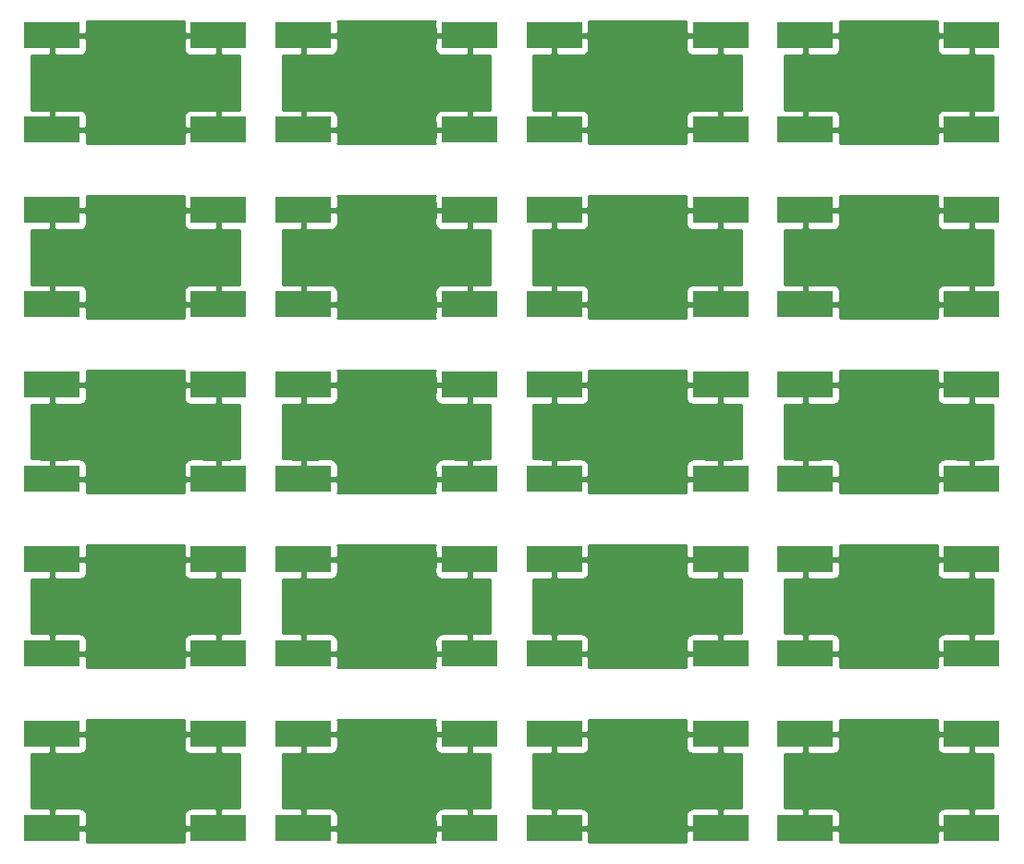
<source format=gbl>
%MOIN*%
%OFA0B0*%
%FSLAX46Y46*%
%IPPOS*%
%LPD*%
%ADD10R,0.2X0.095*%
%ADD11C,0.031496062992125991*%
%ADD12C,0.01*%
%ADD13C,0.0039370078740157488*%
%ADD24R,0.2X0.095*%
%ADD25C,0.031496062992125991*%
%ADD26C,0.01*%
%ADD27C,0.0039370078740157488*%
%ADD28R,0.2X0.095*%
%ADD29C,0.031496062992125991*%
%ADD30C,0.01*%
%ADD31C,0.0039370078740157488*%
%ADD32R,0.2X0.095*%
%ADD33C,0.031496062992125991*%
%ADD34C,0.01*%
%ADD35C,0.0039370078740157488*%
%ADD36R,0.2X0.095*%
%ADD37C,0.031496062992125991*%
%ADD38C,0.01*%
%ADD39C,0.0039370078740157488*%
%ADD40R,0.2X0.095*%
%ADD41C,0.031496062992125991*%
%ADD42C,0.01*%
%ADD43C,0.0039370078740157488*%
%ADD44R,0.2X0.095*%
%ADD45C,0.031496062992125991*%
%ADD46C,0.01*%
%ADD47C,0.0039370078740157488*%
%ADD48R,0.2X0.095*%
%ADD49C,0.031496062992125991*%
%ADD50C,0.01*%
%ADD51C,0.0039370078740157488*%
%ADD52R,0.2X0.095*%
%ADD53C,0.031496062992125991*%
%ADD54C,0.01*%
%ADD55C,0.0039370078740157488*%
%ADD56R,0.2X0.095*%
%ADD57C,0.031496062992125991*%
%ADD58C,0.01*%
%ADD59C,0.0039370078740157488*%
%ADD60R,0.2X0.095*%
%ADD61C,0.031496062992125991*%
%ADD62C,0.01*%
%ADD63C,0.0039370078740157488*%
%ADD64R,0.2X0.095*%
%ADD65C,0.031496062992125991*%
%ADD66C,0.01*%
%ADD67C,0.0039370078740157488*%
%ADD68R,0.2X0.095*%
%ADD69C,0.031496062992125991*%
%ADD70C,0.01*%
%ADD71C,0.0039370078740157488*%
%ADD72R,0.2X0.095*%
%ADD73C,0.031496062992125991*%
%ADD74C,0.01*%
%ADD75C,0.0039370078740157488*%
%ADD76R,0.2X0.095*%
%ADD77C,0.031496062992125991*%
%ADD78C,0.01*%
%ADD79C,0.0039370078740157488*%
%ADD80R,0.2X0.095*%
%ADD81C,0.031496062992125991*%
%ADD82C,0.01*%
%ADD83C,0.0039370078740157488*%
%ADD84R,0.2X0.095*%
%ADD85C,0.031496062992125991*%
%ADD86C,0.01*%
%ADD87C,0.0039370078740157488*%
%ADD88R,0.2X0.095*%
%ADD89C,0.031496062992125991*%
%ADD90C,0.01*%
%ADD91C,0.0039370078740157488*%
%ADD92R,0.2X0.095*%
%ADD93C,0.031496062992125991*%
%ADD94C,0.01*%
%ADD95C,0.0039370078740157488*%
%ADD96R,0.2X0.095*%
%ADD97C,0.031496062992125991*%
%ADD98C,0.01*%
%ADD99C,0.0039370078740157488*%
G01*
D10*
X-0001102362Y0001456692D02*
X0000097637Y0000111692D03*
X0000097637Y0000451692D03*
X0000697637Y0000451692D03*
X0000697637Y0000111692D03*
D11*
X0000247637Y0000456692D03*
X0000547637Y0000456692D03*
X0000547637Y0000106692D03*
X0000247637Y0000106692D03*
D12*
X0000572516Y0000499192D02*
X0000572637Y0000462942D01*
X0000578887Y0000456692D01*
X0000692637Y0000456692D01*
X0000692637Y0000457480D01*
X0000702637Y0000457480D01*
X0000702637Y0000456692D01*
X0000703425Y0000456692D01*
X0000703425Y0000446692D01*
X0000702637Y0000446692D01*
X0000702637Y0000385442D01*
X0000708887Y0000379192D01*
X0000771653Y0000379107D01*
X0000771653Y0000184278D01*
X0000708887Y0000184192D01*
X0000702637Y0000177942D01*
X0000702637Y0000116692D01*
X0000703425Y0000116692D01*
X0000703425Y0000106692D01*
X0000702637Y0000106692D01*
X0000702637Y0000105905D01*
X0000692637Y0000105905D01*
X0000692637Y0000106692D01*
X0000578887Y0000106692D01*
X0000572637Y0000100442D01*
X0000572516Y0000064192D01*
X0000572763Y0000061692D01*
X0000222512Y0000061692D01*
X0000222758Y0000064192D01*
X0000222637Y0000100442D01*
X0000216387Y0000106692D01*
X0000102637Y0000106692D01*
X0000102637Y0000105905D01*
X0000092637Y0000105905D01*
X0000092637Y0000106692D01*
X0000091850Y0000106692D01*
X0000091850Y0000116692D01*
X0000092637Y0000116692D01*
X0000092637Y0000177942D01*
X0000102637Y0000177942D01*
X0000102637Y0000116692D01*
X0000216387Y0000116692D01*
X0000222637Y0000122942D01*
X0000222758Y0000159192D01*
X0000572516Y0000159192D01*
X0000572637Y0000122942D01*
X0000578887Y0000116692D01*
X0000692637Y0000116692D01*
X0000692637Y0000177942D01*
X0000686387Y0000184192D01*
X0000597637Y0000184313D01*
X0000592736Y0000183831D01*
X0000588024Y0000182401D01*
X0000583681Y0000180080D01*
X0000579874Y0000176956D01*
X0000576750Y0000173149D01*
X0000574429Y0000168806D01*
X0000572999Y0000164093D01*
X0000572516Y0000159192D01*
X0000222758Y0000159192D01*
X0000222276Y0000164093D01*
X0000220846Y0000168806D01*
X0000218525Y0000173149D01*
X0000215400Y0000176956D01*
X0000211594Y0000180080D01*
X0000207251Y0000182401D01*
X0000202538Y0000183831D01*
X0000197637Y0000184313D01*
X0000108887Y0000184192D01*
X0000102637Y0000177942D01*
X0000092637Y0000177942D01*
X0000086387Y0000184192D01*
X0000023622Y0000184278D01*
X0000023622Y0000379107D01*
X0000086387Y0000379192D01*
X0000092637Y0000385442D01*
X0000092637Y0000446692D01*
X0000102637Y0000446692D01*
X0000102637Y0000385442D01*
X0000108887Y0000379192D01*
X0000197637Y0000379071D01*
X0000202538Y0000379554D01*
X0000207251Y0000380984D01*
X0000211594Y0000383305D01*
X0000215400Y0000386429D01*
X0000218525Y0000390236D01*
X0000220846Y0000394579D01*
X0000222276Y0000399292D01*
X0000222758Y0000404192D01*
X0000572516Y0000404192D01*
X0000572999Y0000399292D01*
X0000574429Y0000394579D01*
X0000576750Y0000390236D01*
X0000579874Y0000386429D01*
X0000583681Y0000383305D01*
X0000588024Y0000380984D01*
X0000592736Y0000379554D01*
X0000597637Y0000379071D01*
X0000686387Y0000379192D01*
X0000692637Y0000385442D01*
X0000692637Y0000446692D01*
X0000578887Y0000446692D01*
X0000572637Y0000440442D01*
X0000572516Y0000404192D01*
X0000222758Y0000404192D01*
X0000222637Y0000440442D01*
X0000216387Y0000446692D01*
X0000102637Y0000446692D01*
X0000092637Y0000446692D01*
X0000091850Y0000446692D01*
X0000091850Y0000456692D01*
X0000092637Y0000456692D01*
X0000092637Y0000457480D01*
X0000102637Y0000457480D01*
X0000102637Y0000456692D01*
X0000216387Y0000456692D01*
X0000222637Y0000462942D01*
X0000222758Y0000499192D01*
X0000222512Y0000501692D01*
X0000572763Y0000501692D01*
X0000572516Y0000499192D01*
D13*
G36*
X0000572516Y0000499192D02*
G01*
X0000572637Y0000462942D01*
X0000578887Y0000456692D01*
X0000692637Y0000456692D01*
X0000692637Y0000457480D01*
X0000702637Y0000457480D01*
X0000702637Y0000456692D01*
X0000703425Y0000456692D01*
X0000703425Y0000446692D01*
X0000702637Y0000446692D01*
X0000702637Y0000385442D01*
X0000708887Y0000379192D01*
X0000771653Y0000379107D01*
X0000771653Y0000184278D01*
X0000708887Y0000184192D01*
X0000702637Y0000177942D01*
X0000702637Y0000116692D01*
X0000703425Y0000116692D01*
X0000703425Y0000106692D01*
X0000702637Y0000106692D01*
X0000702637Y0000105905D01*
X0000692637Y0000105905D01*
X0000692637Y0000106692D01*
X0000578887Y0000106692D01*
X0000572637Y0000100442D01*
X0000572516Y0000064192D01*
X0000572763Y0000061692D01*
X0000222512Y0000061692D01*
X0000222758Y0000064192D01*
X0000222637Y0000100442D01*
X0000216387Y0000106692D01*
X0000102637Y0000106692D01*
X0000102637Y0000105905D01*
X0000092637Y0000105905D01*
X0000092637Y0000106692D01*
X0000091850Y0000106692D01*
X0000091850Y0000116692D01*
X0000092637Y0000116692D01*
X0000092637Y0000177942D01*
X0000102637Y0000177942D01*
X0000102637Y0000116692D01*
X0000216387Y0000116692D01*
X0000222637Y0000122942D01*
X0000222758Y0000159192D01*
X0000572516Y0000159192D01*
X0000572637Y0000122942D01*
X0000578887Y0000116692D01*
X0000692637Y0000116692D01*
X0000692637Y0000177942D01*
X0000686387Y0000184192D01*
X0000597637Y0000184313D01*
X0000592736Y0000183831D01*
X0000588024Y0000182401D01*
X0000583681Y0000180080D01*
X0000579874Y0000176956D01*
X0000576750Y0000173149D01*
X0000574429Y0000168806D01*
X0000572999Y0000164093D01*
X0000572516Y0000159192D01*
X0000222758Y0000159192D01*
X0000222276Y0000164093D01*
X0000220846Y0000168806D01*
X0000218525Y0000173149D01*
X0000215400Y0000176956D01*
X0000211594Y0000180080D01*
X0000207251Y0000182401D01*
X0000202538Y0000183831D01*
X0000197637Y0000184313D01*
X0000108887Y0000184192D01*
X0000102637Y0000177942D01*
X0000092637Y0000177942D01*
X0000086387Y0000184192D01*
X0000023622Y0000184278D01*
X0000023622Y0000379107D01*
X0000086387Y0000379192D01*
X0000092637Y0000385442D01*
X0000092637Y0000446692D01*
X0000102637Y0000446692D01*
X0000102637Y0000385442D01*
X0000108887Y0000379192D01*
X0000197637Y0000379071D01*
X0000202538Y0000379554D01*
X0000207251Y0000380984D01*
X0000211594Y0000383305D01*
X0000215400Y0000386429D01*
X0000218525Y0000390236D01*
X0000220846Y0000394579D01*
X0000222276Y0000399292D01*
X0000222758Y0000404192D01*
X0000572516Y0000404192D01*
X0000572999Y0000399292D01*
X0000574429Y0000394579D01*
X0000576750Y0000390236D01*
X0000579874Y0000386429D01*
X0000583681Y0000383305D01*
X0000588024Y0000380984D01*
X0000592736Y0000379554D01*
X0000597637Y0000379071D01*
X0000686387Y0000379192D01*
X0000692637Y0000385442D01*
X0000692637Y0000446692D01*
X0000578887Y0000446692D01*
X0000572637Y0000440442D01*
X0000572516Y0000404192D01*
X0000222758Y0000404192D01*
X0000222637Y0000440442D01*
X0000216387Y0000446692D01*
X0000102637Y0000446692D01*
X0000092637Y0000446692D01*
X0000091850Y0000446692D01*
X0000091850Y0000456692D01*
X0000092637Y0000456692D01*
X0000092637Y0000457480D01*
X0000102637Y0000457480D01*
X0000102637Y0000456692D01*
X0000216387Y0000456692D01*
X0000222637Y0000462942D01*
X0000222758Y0000499192D01*
X0000222512Y0000501692D01*
X0000572763Y0000501692D01*
X0000572516Y0000499192D01*
G37*
G04 next file*
G04 Gerber Fmt 4.6, Leading zero omitted, Abs format (unit mm)*
G04 Created by KiCad (PCBNEW (5.1.10)-1) date 2021-09-17 13:17:29*
G01*
G04 APERTURE LIST*
G04 APERTURE END LIST*
D24*
X-0001102362Y0002086614D02*
X0000097637Y0000741614D03*
X0000097637Y0001081614D03*
X0000697637Y0001081614D03*
X0000697637Y0000741614D03*
D25*
X0000247637Y0001086614D03*
X0000547637Y0001086614D03*
X0000547637Y0000736614D03*
X0000247637Y0000736614D03*
D26*
X0000572516Y0001129114D02*
X0000572637Y0001092864D01*
X0000578887Y0001086614D01*
X0000692637Y0001086614D01*
X0000692637Y0001087401D01*
X0000702637Y0001087401D01*
X0000702637Y0001086614D01*
X0000703425Y0001086614D01*
X0000703425Y0001076614D01*
X0000702637Y0001076614D01*
X0000702637Y0001015364D01*
X0000708887Y0001009114D01*
X0000771653Y0001009028D01*
X0000771653Y0000814199D01*
X0000708887Y0000814114D01*
X0000702637Y0000807864D01*
X0000702637Y0000746614D01*
X0000703425Y0000746614D01*
X0000703425Y0000736614D01*
X0000702637Y0000736614D01*
X0000702637Y0000735826D01*
X0000692637Y0000735826D01*
X0000692637Y0000736614D01*
X0000578887Y0000736614D01*
X0000572637Y0000730364D01*
X0000572516Y0000694114D01*
X0000572763Y0000691614D01*
X0000222512Y0000691614D01*
X0000222758Y0000694114D01*
X0000222637Y0000730364D01*
X0000216387Y0000736614D01*
X0000102637Y0000736614D01*
X0000102637Y0000735826D01*
X0000092637Y0000735826D01*
X0000092637Y0000736614D01*
X0000091850Y0000736614D01*
X0000091850Y0000746614D01*
X0000092637Y0000746614D01*
X0000092637Y0000807864D01*
X0000102637Y0000807864D01*
X0000102637Y0000746614D01*
X0000216387Y0000746614D01*
X0000222637Y0000752864D01*
X0000222758Y0000789114D01*
X0000572516Y0000789114D01*
X0000572637Y0000752864D01*
X0000578887Y0000746614D01*
X0000692637Y0000746614D01*
X0000692637Y0000807864D01*
X0000686387Y0000814114D01*
X0000597637Y0000814235D01*
X0000592736Y0000813752D01*
X0000588024Y0000812322D01*
X0000583681Y0000810001D01*
X0000579874Y0000806877D01*
X0000576750Y0000803070D01*
X0000574429Y0000798727D01*
X0000572999Y0000794015D01*
X0000572516Y0000789114D01*
X0000222758Y0000789114D01*
X0000222276Y0000794015D01*
X0000220846Y0000798727D01*
X0000218525Y0000803070D01*
X0000215400Y0000806877D01*
X0000211594Y0000810001D01*
X0000207251Y0000812322D01*
X0000202538Y0000813752D01*
X0000197637Y0000814235D01*
X0000108887Y0000814114D01*
X0000102637Y0000807864D01*
X0000092637Y0000807864D01*
X0000086387Y0000814114D01*
X0000023622Y0000814199D01*
X0000023622Y0001009028D01*
X0000086387Y0001009114D01*
X0000092637Y0001015364D01*
X0000092637Y0001076614D01*
X0000102637Y0001076614D01*
X0000102637Y0001015364D01*
X0000108887Y0001009114D01*
X0000197637Y0001008993D01*
X0000202538Y0001009475D01*
X0000207251Y0001010905D01*
X0000211594Y0001013226D01*
X0000215400Y0001016350D01*
X0000218525Y0001020157D01*
X0000220846Y0001024500D01*
X0000222276Y0001029213D01*
X0000222758Y0001034114D01*
X0000572516Y0001034114D01*
X0000572999Y0001029213D01*
X0000574429Y0001024500D01*
X0000576750Y0001020157D01*
X0000579874Y0001016350D01*
X0000583681Y0001013226D01*
X0000588024Y0001010905D01*
X0000592736Y0001009475D01*
X0000597637Y0001008993D01*
X0000686387Y0001009114D01*
X0000692637Y0001015364D01*
X0000692637Y0001076614D01*
X0000578887Y0001076614D01*
X0000572637Y0001070364D01*
X0000572516Y0001034114D01*
X0000222758Y0001034114D01*
X0000222637Y0001070364D01*
X0000216387Y0001076614D01*
X0000102637Y0001076614D01*
X0000092637Y0001076614D01*
X0000091850Y0001076614D01*
X0000091850Y0001086614D01*
X0000092637Y0001086614D01*
X0000092637Y0001087401D01*
X0000102637Y0001087401D01*
X0000102637Y0001086614D01*
X0000216387Y0001086614D01*
X0000222637Y0001092864D01*
X0000222758Y0001129114D01*
X0000222512Y0001131614D01*
X0000572763Y0001131614D01*
X0000572516Y0001129114D01*
D27*
G36*
X0000572516Y0001129114D02*
G01*
X0000572637Y0001092864D01*
X0000578887Y0001086614D01*
X0000692637Y0001086614D01*
X0000692637Y0001087401D01*
X0000702637Y0001087401D01*
X0000702637Y0001086614D01*
X0000703425Y0001086614D01*
X0000703425Y0001076614D01*
X0000702637Y0001076614D01*
X0000702637Y0001015364D01*
X0000708887Y0001009114D01*
X0000771653Y0001009028D01*
X0000771653Y0000814199D01*
X0000708887Y0000814114D01*
X0000702637Y0000807864D01*
X0000702637Y0000746614D01*
X0000703425Y0000746614D01*
X0000703425Y0000736614D01*
X0000702637Y0000736614D01*
X0000702637Y0000735826D01*
X0000692637Y0000735826D01*
X0000692637Y0000736614D01*
X0000578887Y0000736614D01*
X0000572637Y0000730364D01*
X0000572516Y0000694114D01*
X0000572763Y0000691614D01*
X0000222512Y0000691614D01*
X0000222758Y0000694114D01*
X0000222637Y0000730364D01*
X0000216387Y0000736614D01*
X0000102637Y0000736614D01*
X0000102637Y0000735826D01*
X0000092637Y0000735826D01*
X0000092637Y0000736614D01*
X0000091850Y0000736614D01*
X0000091850Y0000746614D01*
X0000092637Y0000746614D01*
X0000092637Y0000807864D01*
X0000102637Y0000807864D01*
X0000102637Y0000746614D01*
X0000216387Y0000746614D01*
X0000222637Y0000752864D01*
X0000222758Y0000789114D01*
X0000572516Y0000789114D01*
X0000572637Y0000752864D01*
X0000578887Y0000746614D01*
X0000692637Y0000746614D01*
X0000692637Y0000807864D01*
X0000686387Y0000814114D01*
X0000597637Y0000814235D01*
X0000592736Y0000813752D01*
X0000588024Y0000812322D01*
X0000583681Y0000810001D01*
X0000579874Y0000806877D01*
X0000576750Y0000803070D01*
X0000574429Y0000798727D01*
X0000572999Y0000794015D01*
X0000572516Y0000789114D01*
X0000222758Y0000789114D01*
X0000222276Y0000794015D01*
X0000220846Y0000798727D01*
X0000218525Y0000803070D01*
X0000215400Y0000806877D01*
X0000211594Y0000810001D01*
X0000207251Y0000812322D01*
X0000202538Y0000813752D01*
X0000197637Y0000814235D01*
X0000108887Y0000814114D01*
X0000102637Y0000807864D01*
X0000092637Y0000807864D01*
X0000086387Y0000814114D01*
X0000023622Y0000814199D01*
X0000023622Y0001009028D01*
X0000086387Y0001009114D01*
X0000092637Y0001015364D01*
X0000092637Y0001076614D01*
X0000102637Y0001076614D01*
X0000102637Y0001015364D01*
X0000108887Y0001009114D01*
X0000197637Y0001008993D01*
X0000202538Y0001009475D01*
X0000207251Y0001010905D01*
X0000211594Y0001013226D01*
X0000215400Y0001016350D01*
X0000218525Y0001020157D01*
X0000220846Y0001024500D01*
X0000222276Y0001029213D01*
X0000222758Y0001034114D01*
X0000572516Y0001034114D01*
X0000572999Y0001029213D01*
X0000574429Y0001024500D01*
X0000576750Y0001020157D01*
X0000579874Y0001016350D01*
X0000583681Y0001013226D01*
X0000588024Y0001010905D01*
X0000592736Y0001009475D01*
X0000597637Y0001008993D01*
X0000686387Y0001009114D01*
X0000692637Y0001015364D01*
X0000692637Y0001076614D01*
X0000578887Y0001076614D01*
X0000572637Y0001070364D01*
X0000572516Y0001034114D01*
X0000222758Y0001034114D01*
X0000222637Y0001070364D01*
X0000216387Y0001076614D01*
X0000102637Y0001076614D01*
X0000092637Y0001076614D01*
X0000091850Y0001076614D01*
X0000091850Y0001086614D01*
X0000092637Y0001086614D01*
X0000092637Y0001087401D01*
X0000102637Y0001087401D01*
X0000102637Y0001086614D01*
X0000216387Y0001086614D01*
X0000222637Y0001092864D01*
X0000222758Y0001129114D01*
X0000222512Y0001131614D01*
X0000572763Y0001131614D01*
X0000572516Y0001129114D01*
G37*
G04 next file*
G04 Gerber Fmt 4.6, Leading zero omitted, Abs format (unit mm)*
G04 Created by KiCad (PCBNEW (5.1.10)-1) date 2021-09-17 13:17:29*
G01*
G04 APERTURE LIST*
G04 APERTURE END LIST*
D28*
X-0001102362Y0002716535D02*
X0000097637Y0001371535D03*
X0000097637Y0001711535D03*
X0000697637Y0001711535D03*
X0000697637Y0001371535D03*
D29*
X0000247637Y0001716535D03*
X0000547637Y0001716535D03*
X0000547637Y0001366535D03*
X0000247637Y0001366535D03*
D30*
X0000572516Y0001759035D02*
X0000572637Y0001722785D01*
X0000578887Y0001716535D01*
X0000692637Y0001716535D01*
X0000692637Y0001717322D01*
X0000702637Y0001717322D01*
X0000702637Y0001716535D01*
X0000703425Y0001716535D01*
X0000703425Y0001706535D01*
X0000702637Y0001706535D01*
X0000702637Y0001645285D01*
X0000708887Y0001639035D01*
X0000771653Y0001638949D01*
X0000771653Y0001444120D01*
X0000708887Y0001444035D01*
X0000702637Y0001437785D01*
X0000702637Y0001376535D01*
X0000703425Y0001376535D01*
X0000703425Y0001366535D01*
X0000702637Y0001366535D01*
X0000702637Y0001365748D01*
X0000692637Y0001365748D01*
X0000692637Y0001366535D01*
X0000578887Y0001366535D01*
X0000572637Y0001360285D01*
X0000572516Y0001324035D01*
X0000572763Y0001321535D01*
X0000222512Y0001321535D01*
X0000222758Y0001324035D01*
X0000222637Y0001360285D01*
X0000216387Y0001366535D01*
X0000102637Y0001366535D01*
X0000102637Y0001365748D01*
X0000092637Y0001365748D01*
X0000092637Y0001366535D01*
X0000091850Y0001366535D01*
X0000091850Y0001376535D01*
X0000092637Y0001376535D01*
X0000092637Y0001437785D01*
X0000102637Y0001437785D01*
X0000102637Y0001376535D01*
X0000216387Y0001376535D01*
X0000222637Y0001382785D01*
X0000222758Y0001419035D01*
X0000572516Y0001419035D01*
X0000572637Y0001382785D01*
X0000578887Y0001376535D01*
X0000692637Y0001376535D01*
X0000692637Y0001437785D01*
X0000686387Y0001444035D01*
X0000597637Y0001444156D01*
X0000592736Y0001443673D01*
X0000588024Y0001442244D01*
X0000583681Y0001439922D01*
X0000579874Y0001436798D01*
X0000576750Y0001432991D01*
X0000574429Y0001428648D01*
X0000572999Y0001423936D01*
X0000572516Y0001419035D01*
X0000222758Y0001419035D01*
X0000222276Y0001423936D01*
X0000220846Y0001428648D01*
X0000218525Y0001432991D01*
X0000215400Y0001436798D01*
X0000211594Y0001439922D01*
X0000207251Y0001442244D01*
X0000202538Y0001443673D01*
X0000197637Y0001444156D01*
X0000108887Y0001444035D01*
X0000102637Y0001437785D01*
X0000092637Y0001437785D01*
X0000086387Y0001444035D01*
X0000023622Y0001444120D01*
X0000023622Y0001638949D01*
X0000086387Y0001639035D01*
X0000092637Y0001645285D01*
X0000092637Y0001706535D01*
X0000102637Y0001706535D01*
X0000102637Y0001645285D01*
X0000108887Y0001639035D01*
X0000197637Y0001638914D01*
X0000202538Y0001639397D01*
X0000207251Y0001640826D01*
X0000211594Y0001643148D01*
X0000215400Y0001646272D01*
X0000218525Y0001650078D01*
X0000220846Y0001654422D01*
X0000222276Y0001659134D01*
X0000222758Y0001664035D01*
X0000572516Y0001664035D01*
X0000572999Y0001659134D01*
X0000574429Y0001654422D01*
X0000576750Y0001650078D01*
X0000579874Y0001646272D01*
X0000583681Y0001643148D01*
X0000588024Y0001640826D01*
X0000592736Y0001639397D01*
X0000597637Y0001638914D01*
X0000686387Y0001639035D01*
X0000692637Y0001645285D01*
X0000692637Y0001706535D01*
X0000578887Y0001706535D01*
X0000572637Y0001700285D01*
X0000572516Y0001664035D01*
X0000222758Y0001664035D01*
X0000222637Y0001700285D01*
X0000216387Y0001706535D01*
X0000102637Y0001706535D01*
X0000092637Y0001706535D01*
X0000091850Y0001706535D01*
X0000091850Y0001716535D01*
X0000092637Y0001716535D01*
X0000092637Y0001717322D01*
X0000102637Y0001717322D01*
X0000102637Y0001716535D01*
X0000216387Y0001716535D01*
X0000222637Y0001722785D01*
X0000222758Y0001759035D01*
X0000222512Y0001761535D01*
X0000572763Y0001761535D01*
X0000572516Y0001759035D01*
D31*
G36*
X0000572516Y0001759035D02*
G01*
X0000572637Y0001722785D01*
X0000578887Y0001716535D01*
X0000692637Y0001716535D01*
X0000692637Y0001717322D01*
X0000702637Y0001717322D01*
X0000702637Y0001716535D01*
X0000703425Y0001716535D01*
X0000703425Y0001706535D01*
X0000702637Y0001706535D01*
X0000702637Y0001645285D01*
X0000708887Y0001639035D01*
X0000771653Y0001638949D01*
X0000771653Y0001444120D01*
X0000708887Y0001444035D01*
X0000702637Y0001437785D01*
X0000702637Y0001376535D01*
X0000703425Y0001376535D01*
X0000703425Y0001366535D01*
X0000702637Y0001366535D01*
X0000702637Y0001365748D01*
X0000692637Y0001365748D01*
X0000692637Y0001366535D01*
X0000578887Y0001366535D01*
X0000572637Y0001360285D01*
X0000572516Y0001324035D01*
X0000572763Y0001321535D01*
X0000222512Y0001321535D01*
X0000222758Y0001324035D01*
X0000222637Y0001360285D01*
X0000216387Y0001366535D01*
X0000102637Y0001366535D01*
X0000102637Y0001365748D01*
X0000092637Y0001365748D01*
X0000092637Y0001366535D01*
X0000091850Y0001366535D01*
X0000091850Y0001376535D01*
X0000092637Y0001376535D01*
X0000092637Y0001437785D01*
X0000102637Y0001437785D01*
X0000102637Y0001376535D01*
X0000216387Y0001376535D01*
X0000222637Y0001382785D01*
X0000222758Y0001419035D01*
X0000572516Y0001419035D01*
X0000572637Y0001382785D01*
X0000578887Y0001376535D01*
X0000692637Y0001376535D01*
X0000692637Y0001437785D01*
X0000686387Y0001444035D01*
X0000597637Y0001444156D01*
X0000592736Y0001443673D01*
X0000588024Y0001442244D01*
X0000583681Y0001439922D01*
X0000579874Y0001436798D01*
X0000576750Y0001432991D01*
X0000574429Y0001428648D01*
X0000572999Y0001423936D01*
X0000572516Y0001419035D01*
X0000222758Y0001419035D01*
X0000222276Y0001423936D01*
X0000220846Y0001428648D01*
X0000218525Y0001432991D01*
X0000215400Y0001436798D01*
X0000211594Y0001439922D01*
X0000207251Y0001442244D01*
X0000202538Y0001443673D01*
X0000197637Y0001444156D01*
X0000108887Y0001444035D01*
X0000102637Y0001437785D01*
X0000092637Y0001437785D01*
X0000086387Y0001444035D01*
X0000023622Y0001444120D01*
X0000023622Y0001638949D01*
X0000086387Y0001639035D01*
X0000092637Y0001645285D01*
X0000092637Y0001706535D01*
X0000102637Y0001706535D01*
X0000102637Y0001645285D01*
X0000108887Y0001639035D01*
X0000197637Y0001638914D01*
X0000202538Y0001639397D01*
X0000207251Y0001640826D01*
X0000211594Y0001643148D01*
X0000215400Y0001646272D01*
X0000218525Y0001650078D01*
X0000220846Y0001654422D01*
X0000222276Y0001659134D01*
X0000222758Y0001664035D01*
X0000572516Y0001664035D01*
X0000572999Y0001659134D01*
X0000574429Y0001654422D01*
X0000576750Y0001650078D01*
X0000579874Y0001646272D01*
X0000583681Y0001643148D01*
X0000588024Y0001640826D01*
X0000592736Y0001639397D01*
X0000597637Y0001638914D01*
X0000686387Y0001639035D01*
X0000692637Y0001645285D01*
X0000692637Y0001706535D01*
X0000578887Y0001706535D01*
X0000572637Y0001700285D01*
X0000572516Y0001664035D01*
X0000222758Y0001664035D01*
X0000222637Y0001700285D01*
X0000216387Y0001706535D01*
X0000102637Y0001706535D01*
X0000092637Y0001706535D01*
X0000091850Y0001706535D01*
X0000091850Y0001716535D01*
X0000092637Y0001716535D01*
X0000092637Y0001717322D01*
X0000102637Y0001717322D01*
X0000102637Y0001716535D01*
X0000216387Y0001716535D01*
X0000222637Y0001722785D01*
X0000222758Y0001759035D01*
X0000222512Y0001761535D01*
X0000572763Y0001761535D01*
X0000572516Y0001759035D01*
G37*
G04 next file*
G04 Gerber Fmt 4.6, Leading zero omitted, Abs format (unit mm)*
G04 Created by KiCad (PCBNEW (5.1.10)-1) date 2021-09-17 13:17:29*
G01*
G04 APERTURE LIST*
G04 APERTURE END LIST*
D32*
X-0001102362Y0003346456D02*
X0000097637Y0002001456D03*
X0000097637Y0002341456D03*
X0000697637Y0002341456D03*
X0000697637Y0002001456D03*
D33*
X0000247637Y0002346456D03*
X0000547637Y0002346456D03*
X0000547637Y0001996456D03*
X0000247637Y0001996456D03*
D34*
X0000572516Y0002388956D02*
X0000572637Y0002352706D01*
X0000578887Y0002346456D01*
X0000692637Y0002346456D01*
X0000692637Y0002347244D01*
X0000702637Y0002347244D01*
X0000702637Y0002346456D01*
X0000703425Y0002346456D01*
X0000703425Y0002336456D01*
X0000702637Y0002336456D01*
X0000702637Y0002275206D01*
X0000708887Y0002268956D01*
X0000771653Y0002268871D01*
X0000771653Y0002074042D01*
X0000708887Y0002073956D01*
X0000702637Y0002067706D01*
X0000702637Y0002006456D01*
X0000703425Y0002006456D01*
X0000703425Y0001996456D01*
X0000702637Y0001996456D01*
X0000702637Y0001995669D01*
X0000692637Y0001995669D01*
X0000692637Y0001996456D01*
X0000578887Y0001996456D01*
X0000572637Y0001990206D01*
X0000572516Y0001953956D01*
X0000572763Y0001951456D01*
X0000222512Y0001951456D01*
X0000222758Y0001953956D01*
X0000222637Y0001990206D01*
X0000216387Y0001996456D01*
X0000102637Y0001996456D01*
X0000102637Y0001995669D01*
X0000092637Y0001995669D01*
X0000092637Y0001996456D01*
X0000091850Y0001996456D01*
X0000091850Y0002006456D01*
X0000092637Y0002006456D01*
X0000092637Y0002067706D01*
X0000102637Y0002067706D01*
X0000102637Y0002006456D01*
X0000216387Y0002006456D01*
X0000222637Y0002012706D01*
X0000222758Y0002048956D01*
X0000572516Y0002048956D01*
X0000572637Y0002012706D01*
X0000578887Y0002006456D01*
X0000692637Y0002006456D01*
X0000692637Y0002067706D01*
X0000686387Y0002073956D01*
X0000597637Y0002074077D01*
X0000592736Y0002073594D01*
X0000588024Y0002072165D01*
X0000583681Y0002069843D01*
X0000579874Y0002066719D01*
X0000576750Y0002062913D01*
X0000574429Y0002058570D01*
X0000572999Y0002053857D01*
X0000572516Y0002048956D01*
X0000222758Y0002048956D01*
X0000222276Y0002053857D01*
X0000220846Y0002058570D01*
X0000218525Y0002062913D01*
X0000215400Y0002066719D01*
X0000211594Y0002069843D01*
X0000207251Y0002072165D01*
X0000202538Y0002073594D01*
X0000197637Y0002074077D01*
X0000108887Y0002073956D01*
X0000102637Y0002067706D01*
X0000092637Y0002067706D01*
X0000086387Y0002073956D01*
X0000023622Y0002074042D01*
X0000023622Y0002268871D01*
X0000086387Y0002268956D01*
X0000092637Y0002275206D01*
X0000092637Y0002336456D01*
X0000102637Y0002336456D01*
X0000102637Y0002275206D01*
X0000108887Y0002268956D01*
X0000197637Y0002268835D01*
X0000202538Y0002269318D01*
X0000207251Y0002270747D01*
X0000211594Y0002273069D01*
X0000215400Y0002276193D01*
X0000218525Y0002280000D01*
X0000220846Y0002284343D01*
X0000222276Y0002289055D01*
X0000222758Y0002293956D01*
X0000572516Y0002293956D01*
X0000572999Y0002289055D01*
X0000574429Y0002284343D01*
X0000576750Y0002280000D01*
X0000579874Y0002276193D01*
X0000583681Y0002273069D01*
X0000588024Y0002270747D01*
X0000592736Y0002269318D01*
X0000597637Y0002268835D01*
X0000686387Y0002268956D01*
X0000692637Y0002275206D01*
X0000692637Y0002336456D01*
X0000578887Y0002336456D01*
X0000572637Y0002330206D01*
X0000572516Y0002293956D01*
X0000222758Y0002293956D01*
X0000222637Y0002330206D01*
X0000216387Y0002336456D01*
X0000102637Y0002336456D01*
X0000092637Y0002336456D01*
X0000091850Y0002336456D01*
X0000091850Y0002346456D01*
X0000092637Y0002346456D01*
X0000092637Y0002347244D01*
X0000102637Y0002347244D01*
X0000102637Y0002346456D01*
X0000216387Y0002346456D01*
X0000222637Y0002352706D01*
X0000222758Y0002388956D01*
X0000222512Y0002391456D01*
X0000572763Y0002391456D01*
X0000572516Y0002388956D01*
D35*
G36*
X0000572516Y0002388956D02*
G01*
X0000572637Y0002352706D01*
X0000578887Y0002346456D01*
X0000692637Y0002346456D01*
X0000692637Y0002347244D01*
X0000702637Y0002347244D01*
X0000702637Y0002346456D01*
X0000703425Y0002346456D01*
X0000703425Y0002336456D01*
X0000702637Y0002336456D01*
X0000702637Y0002275206D01*
X0000708887Y0002268956D01*
X0000771653Y0002268871D01*
X0000771653Y0002074042D01*
X0000708887Y0002073956D01*
X0000702637Y0002067706D01*
X0000702637Y0002006456D01*
X0000703425Y0002006456D01*
X0000703425Y0001996456D01*
X0000702637Y0001996456D01*
X0000702637Y0001995669D01*
X0000692637Y0001995669D01*
X0000692637Y0001996456D01*
X0000578887Y0001996456D01*
X0000572637Y0001990206D01*
X0000572516Y0001953956D01*
X0000572763Y0001951456D01*
X0000222512Y0001951456D01*
X0000222758Y0001953956D01*
X0000222637Y0001990206D01*
X0000216387Y0001996456D01*
X0000102637Y0001996456D01*
X0000102637Y0001995669D01*
X0000092637Y0001995669D01*
X0000092637Y0001996456D01*
X0000091850Y0001996456D01*
X0000091850Y0002006456D01*
X0000092637Y0002006456D01*
X0000092637Y0002067706D01*
X0000102637Y0002067706D01*
X0000102637Y0002006456D01*
X0000216387Y0002006456D01*
X0000222637Y0002012706D01*
X0000222758Y0002048956D01*
X0000572516Y0002048956D01*
X0000572637Y0002012706D01*
X0000578887Y0002006456D01*
X0000692637Y0002006456D01*
X0000692637Y0002067706D01*
X0000686387Y0002073956D01*
X0000597637Y0002074077D01*
X0000592736Y0002073594D01*
X0000588024Y0002072165D01*
X0000583681Y0002069843D01*
X0000579874Y0002066719D01*
X0000576750Y0002062913D01*
X0000574429Y0002058570D01*
X0000572999Y0002053857D01*
X0000572516Y0002048956D01*
X0000222758Y0002048956D01*
X0000222276Y0002053857D01*
X0000220846Y0002058570D01*
X0000218525Y0002062913D01*
X0000215400Y0002066719D01*
X0000211594Y0002069843D01*
X0000207251Y0002072165D01*
X0000202538Y0002073594D01*
X0000197637Y0002074077D01*
X0000108887Y0002073956D01*
X0000102637Y0002067706D01*
X0000092637Y0002067706D01*
X0000086387Y0002073956D01*
X0000023622Y0002074042D01*
X0000023622Y0002268871D01*
X0000086387Y0002268956D01*
X0000092637Y0002275206D01*
X0000092637Y0002336456D01*
X0000102637Y0002336456D01*
X0000102637Y0002275206D01*
X0000108887Y0002268956D01*
X0000197637Y0002268835D01*
X0000202538Y0002269318D01*
X0000207251Y0002270747D01*
X0000211594Y0002273069D01*
X0000215400Y0002276193D01*
X0000218525Y0002280000D01*
X0000220846Y0002284343D01*
X0000222276Y0002289055D01*
X0000222758Y0002293956D01*
X0000572516Y0002293956D01*
X0000572999Y0002289055D01*
X0000574429Y0002284343D01*
X0000576750Y0002280000D01*
X0000579874Y0002276193D01*
X0000583681Y0002273069D01*
X0000588024Y0002270747D01*
X0000592736Y0002269318D01*
X0000597637Y0002268835D01*
X0000686387Y0002268956D01*
X0000692637Y0002275206D01*
X0000692637Y0002336456D01*
X0000578887Y0002336456D01*
X0000572637Y0002330206D01*
X0000572516Y0002293956D01*
X0000222758Y0002293956D01*
X0000222637Y0002330206D01*
X0000216387Y0002336456D01*
X0000102637Y0002336456D01*
X0000092637Y0002336456D01*
X0000091850Y0002336456D01*
X0000091850Y0002346456D01*
X0000092637Y0002346456D01*
X0000092637Y0002347244D01*
X0000102637Y0002347244D01*
X0000102637Y0002346456D01*
X0000216387Y0002346456D01*
X0000222637Y0002352706D01*
X0000222758Y0002388956D01*
X0000222512Y0002391456D01*
X0000572763Y0002391456D01*
X0000572516Y0002388956D01*
G37*
G04 next file*
G04 Gerber Fmt 4.6, Leading zero omitted, Abs format (unit mm)*
G04 Created by KiCad (PCBNEW (5.1.10)-1) date 2021-09-17 13:17:29*
G01*
G04 APERTURE LIST*
G04 APERTURE END LIST*
D36*
X-0001102362Y0003976377D02*
X0000097637Y0002631377D03*
X0000097637Y0002971377D03*
X0000697637Y0002971377D03*
X0000697637Y0002631377D03*
D37*
X0000247637Y0002976377D03*
X0000547637Y0002976377D03*
X0000547637Y0002626377D03*
X0000247637Y0002626377D03*
D38*
X0000572516Y0003018877D02*
X0000572637Y0002982627D01*
X0000578887Y0002976377D01*
X0000692637Y0002976377D01*
X0000692637Y0002977165D01*
X0000702637Y0002977165D01*
X0000702637Y0002976377D01*
X0000703425Y0002976377D01*
X0000703425Y0002966377D01*
X0000702637Y0002966377D01*
X0000702637Y0002905127D01*
X0000708887Y0002898877D01*
X0000771653Y0002898792D01*
X0000771653Y0002703963D01*
X0000708887Y0002703877D01*
X0000702637Y0002697627D01*
X0000702637Y0002636377D01*
X0000703425Y0002636377D01*
X0000703425Y0002626377D01*
X0000702637Y0002626377D01*
X0000702637Y0002625590D01*
X0000692637Y0002625590D01*
X0000692637Y0002626377D01*
X0000578887Y0002626377D01*
X0000572637Y0002620127D01*
X0000572516Y0002583877D01*
X0000572763Y0002581377D01*
X0000222512Y0002581377D01*
X0000222758Y0002583877D01*
X0000222637Y0002620127D01*
X0000216387Y0002626377D01*
X0000102637Y0002626377D01*
X0000102637Y0002625590D01*
X0000092637Y0002625590D01*
X0000092637Y0002626377D01*
X0000091850Y0002626377D01*
X0000091850Y0002636377D01*
X0000092637Y0002636377D01*
X0000092637Y0002697627D01*
X0000102637Y0002697627D01*
X0000102637Y0002636377D01*
X0000216387Y0002636377D01*
X0000222637Y0002642627D01*
X0000222758Y0002678877D01*
X0000572516Y0002678877D01*
X0000572637Y0002642627D01*
X0000578887Y0002636377D01*
X0000692637Y0002636377D01*
X0000692637Y0002697627D01*
X0000686387Y0002703877D01*
X0000597637Y0002703998D01*
X0000592736Y0002703516D01*
X0000588024Y0002702086D01*
X0000583681Y0002699765D01*
X0000579874Y0002696641D01*
X0000576750Y0002692834D01*
X0000574429Y0002688491D01*
X0000572999Y0002683778D01*
X0000572516Y0002678877D01*
X0000222758Y0002678877D01*
X0000222276Y0002683778D01*
X0000220846Y0002688491D01*
X0000218525Y0002692834D01*
X0000215400Y0002696641D01*
X0000211594Y0002699765D01*
X0000207251Y0002702086D01*
X0000202538Y0002703516D01*
X0000197637Y0002703998D01*
X0000108887Y0002703877D01*
X0000102637Y0002697627D01*
X0000092637Y0002697627D01*
X0000086387Y0002703877D01*
X0000023622Y0002703963D01*
X0000023622Y0002898792D01*
X0000086387Y0002898877D01*
X0000092637Y0002905127D01*
X0000092637Y0002966377D01*
X0000102637Y0002966377D01*
X0000102637Y0002905127D01*
X0000108887Y0002898877D01*
X0000197637Y0002898757D01*
X0000202538Y0002899239D01*
X0000207251Y0002900669D01*
X0000211594Y0002902990D01*
X0000215400Y0002906114D01*
X0000218525Y0002909921D01*
X0000220846Y0002914264D01*
X0000222276Y0002918977D01*
X0000222758Y0002923877D01*
X0000572516Y0002923877D01*
X0000572999Y0002918977D01*
X0000574429Y0002914264D01*
X0000576750Y0002909921D01*
X0000579874Y0002906114D01*
X0000583681Y0002902990D01*
X0000588024Y0002900669D01*
X0000592736Y0002899239D01*
X0000597637Y0002898757D01*
X0000686387Y0002898877D01*
X0000692637Y0002905127D01*
X0000692637Y0002966377D01*
X0000578887Y0002966377D01*
X0000572637Y0002960127D01*
X0000572516Y0002923877D01*
X0000222758Y0002923877D01*
X0000222637Y0002960127D01*
X0000216387Y0002966377D01*
X0000102637Y0002966377D01*
X0000092637Y0002966377D01*
X0000091850Y0002966377D01*
X0000091850Y0002976377D01*
X0000092637Y0002976377D01*
X0000092637Y0002977165D01*
X0000102637Y0002977165D01*
X0000102637Y0002976377D01*
X0000216387Y0002976377D01*
X0000222637Y0002982627D01*
X0000222758Y0003018877D01*
X0000222512Y0003021377D01*
X0000572763Y0003021377D01*
X0000572516Y0003018877D01*
D39*
G36*
X0000572516Y0003018877D02*
G01*
X0000572637Y0002982627D01*
X0000578887Y0002976377D01*
X0000692637Y0002976377D01*
X0000692637Y0002977165D01*
X0000702637Y0002977165D01*
X0000702637Y0002976377D01*
X0000703425Y0002976377D01*
X0000703425Y0002966377D01*
X0000702637Y0002966377D01*
X0000702637Y0002905127D01*
X0000708887Y0002898877D01*
X0000771653Y0002898792D01*
X0000771653Y0002703963D01*
X0000708887Y0002703877D01*
X0000702637Y0002697627D01*
X0000702637Y0002636377D01*
X0000703425Y0002636377D01*
X0000703425Y0002626377D01*
X0000702637Y0002626377D01*
X0000702637Y0002625590D01*
X0000692637Y0002625590D01*
X0000692637Y0002626377D01*
X0000578887Y0002626377D01*
X0000572637Y0002620127D01*
X0000572516Y0002583877D01*
X0000572763Y0002581377D01*
X0000222512Y0002581377D01*
X0000222758Y0002583877D01*
X0000222637Y0002620127D01*
X0000216387Y0002626377D01*
X0000102637Y0002626377D01*
X0000102637Y0002625590D01*
X0000092637Y0002625590D01*
X0000092637Y0002626377D01*
X0000091850Y0002626377D01*
X0000091850Y0002636377D01*
X0000092637Y0002636377D01*
X0000092637Y0002697627D01*
X0000102637Y0002697627D01*
X0000102637Y0002636377D01*
X0000216387Y0002636377D01*
X0000222637Y0002642627D01*
X0000222758Y0002678877D01*
X0000572516Y0002678877D01*
X0000572637Y0002642627D01*
X0000578887Y0002636377D01*
X0000692637Y0002636377D01*
X0000692637Y0002697627D01*
X0000686387Y0002703877D01*
X0000597637Y0002703998D01*
X0000592736Y0002703516D01*
X0000588024Y0002702086D01*
X0000583681Y0002699765D01*
X0000579874Y0002696641D01*
X0000576750Y0002692834D01*
X0000574429Y0002688491D01*
X0000572999Y0002683778D01*
X0000572516Y0002678877D01*
X0000222758Y0002678877D01*
X0000222276Y0002683778D01*
X0000220846Y0002688491D01*
X0000218525Y0002692834D01*
X0000215400Y0002696641D01*
X0000211594Y0002699765D01*
X0000207251Y0002702086D01*
X0000202538Y0002703516D01*
X0000197637Y0002703998D01*
X0000108887Y0002703877D01*
X0000102637Y0002697627D01*
X0000092637Y0002697627D01*
X0000086387Y0002703877D01*
X0000023622Y0002703963D01*
X0000023622Y0002898792D01*
X0000086387Y0002898877D01*
X0000092637Y0002905127D01*
X0000092637Y0002966377D01*
X0000102637Y0002966377D01*
X0000102637Y0002905127D01*
X0000108887Y0002898877D01*
X0000197637Y0002898757D01*
X0000202538Y0002899239D01*
X0000207251Y0002900669D01*
X0000211594Y0002902990D01*
X0000215400Y0002906114D01*
X0000218525Y0002909921D01*
X0000220846Y0002914264D01*
X0000222276Y0002918977D01*
X0000222758Y0002923877D01*
X0000572516Y0002923877D01*
X0000572999Y0002918977D01*
X0000574429Y0002914264D01*
X0000576750Y0002909921D01*
X0000579874Y0002906114D01*
X0000583681Y0002902990D01*
X0000588024Y0002900669D01*
X0000592736Y0002899239D01*
X0000597637Y0002898757D01*
X0000686387Y0002898877D01*
X0000692637Y0002905127D01*
X0000692637Y0002966377D01*
X0000578887Y0002966377D01*
X0000572637Y0002960127D01*
X0000572516Y0002923877D01*
X0000222758Y0002923877D01*
X0000222637Y0002960127D01*
X0000216387Y0002966377D01*
X0000102637Y0002966377D01*
X0000092637Y0002966377D01*
X0000091850Y0002966377D01*
X0000091850Y0002976377D01*
X0000092637Y0002976377D01*
X0000092637Y0002977165D01*
X0000102637Y0002977165D01*
X0000102637Y0002976377D01*
X0000216387Y0002976377D01*
X0000222637Y0002982627D01*
X0000222758Y0003018877D01*
X0000222512Y0003021377D01*
X0000572763Y0003021377D01*
X0000572516Y0003018877D01*
G37*
G04 next file*
G04 Gerber Fmt 4.6, Leading zero omitted, Abs format (unit mm)*
G04 Created by KiCad (PCBNEW (5.1.10)-1) date 2021-09-17 13:17:29*
G01*
G04 APERTURE LIST*
G04 APERTURE END LIST*
D40*
X-0000196850Y0001456692D02*
X0001003149Y0000111692D03*
X0001003149Y0000451692D03*
X0001603149Y0000451692D03*
X0001603149Y0000111692D03*
D41*
X0001153149Y0000456692D03*
X0001453149Y0000456692D03*
X0001453149Y0000106692D03*
X0001153149Y0000106692D03*
D42*
X0001478028Y0000499192D02*
X0001478149Y0000462942D01*
X0001484399Y0000456692D01*
X0001598149Y0000456692D01*
X0001598149Y0000457480D01*
X0001608149Y0000457480D01*
X0001608149Y0000456692D01*
X0001608937Y0000456692D01*
X0001608937Y0000446692D01*
X0001608149Y0000446692D01*
X0001608149Y0000385442D01*
X0001614399Y0000379192D01*
X0001677165Y0000379107D01*
X0001677165Y0000184278D01*
X0001614399Y0000184192D01*
X0001608149Y0000177942D01*
X0001608149Y0000116692D01*
X0001608937Y0000116692D01*
X0001608937Y0000106692D01*
X0001608149Y0000106692D01*
X0001608149Y0000105905D01*
X0001598149Y0000105905D01*
X0001598149Y0000106692D01*
X0001484399Y0000106692D01*
X0001478149Y0000100442D01*
X0001478028Y0000064192D01*
X0001478274Y0000061692D01*
X0001128024Y0000061692D01*
X0001128270Y0000064192D01*
X0001128149Y0000100442D01*
X0001121899Y0000106692D01*
X0001008149Y0000106692D01*
X0001008149Y0000105905D01*
X0000998149Y0000105905D01*
X0000998149Y0000106692D01*
X0000997362Y0000106692D01*
X0000997362Y0000116692D01*
X0000998149Y0000116692D01*
X0000998149Y0000177942D01*
X0001008149Y0000177942D01*
X0001008149Y0000116692D01*
X0001121899Y0000116692D01*
X0001128149Y0000122942D01*
X0001128270Y0000159192D01*
X0001478028Y0000159192D01*
X0001478149Y0000122942D01*
X0001484399Y0000116692D01*
X0001598149Y0000116692D01*
X0001598149Y0000177942D01*
X0001591899Y0000184192D01*
X0001503149Y0000184313D01*
X0001498248Y0000183831D01*
X0001493536Y0000182401D01*
X0001489193Y0000180080D01*
X0001485386Y0000176956D01*
X0001482262Y0000173149D01*
X0001479940Y0000168806D01*
X0001478511Y0000164093D01*
X0001478028Y0000159192D01*
X0001128270Y0000159192D01*
X0001127787Y0000164093D01*
X0001126358Y0000168806D01*
X0001124036Y0000173149D01*
X0001120912Y0000176956D01*
X0001117106Y0000180080D01*
X0001112762Y0000182401D01*
X0001108050Y0000183831D01*
X0001103149Y0000184313D01*
X0001014399Y0000184192D01*
X0001008149Y0000177942D01*
X0000998149Y0000177942D01*
X0000991899Y0000184192D01*
X0000929133Y0000184278D01*
X0000929133Y0000379107D01*
X0000991899Y0000379192D01*
X0000998149Y0000385442D01*
X0000998149Y0000446692D01*
X0001008149Y0000446692D01*
X0001008149Y0000385442D01*
X0001014399Y0000379192D01*
X0001103149Y0000379071D01*
X0001108050Y0000379554D01*
X0001112762Y0000380984D01*
X0001117106Y0000383305D01*
X0001120912Y0000386429D01*
X0001124036Y0000390236D01*
X0001126358Y0000394579D01*
X0001127787Y0000399292D01*
X0001128270Y0000404192D01*
X0001478028Y0000404192D01*
X0001478511Y0000399292D01*
X0001479940Y0000394579D01*
X0001482262Y0000390236D01*
X0001485386Y0000386429D01*
X0001489193Y0000383305D01*
X0001493536Y0000380984D01*
X0001498248Y0000379554D01*
X0001503149Y0000379071D01*
X0001591899Y0000379192D01*
X0001598149Y0000385442D01*
X0001598149Y0000446692D01*
X0001484399Y0000446692D01*
X0001478149Y0000440442D01*
X0001478028Y0000404192D01*
X0001128270Y0000404192D01*
X0001128149Y0000440442D01*
X0001121899Y0000446692D01*
X0001008149Y0000446692D01*
X0000998149Y0000446692D01*
X0000997362Y0000446692D01*
X0000997362Y0000456692D01*
X0000998149Y0000456692D01*
X0000998149Y0000457480D01*
X0001008149Y0000457480D01*
X0001008149Y0000456692D01*
X0001121899Y0000456692D01*
X0001128149Y0000462942D01*
X0001128270Y0000499192D01*
X0001128024Y0000501692D01*
X0001478274Y0000501692D01*
X0001478028Y0000499192D01*
D43*
G36*
X0001478028Y0000499192D02*
G01*
X0001478149Y0000462942D01*
X0001484399Y0000456692D01*
X0001598149Y0000456692D01*
X0001598149Y0000457480D01*
X0001608149Y0000457480D01*
X0001608149Y0000456692D01*
X0001608937Y0000456692D01*
X0001608937Y0000446692D01*
X0001608149Y0000446692D01*
X0001608149Y0000385442D01*
X0001614399Y0000379192D01*
X0001677165Y0000379107D01*
X0001677165Y0000184278D01*
X0001614399Y0000184192D01*
X0001608149Y0000177942D01*
X0001608149Y0000116692D01*
X0001608937Y0000116692D01*
X0001608937Y0000106692D01*
X0001608149Y0000106692D01*
X0001608149Y0000105905D01*
X0001598149Y0000105905D01*
X0001598149Y0000106692D01*
X0001484399Y0000106692D01*
X0001478149Y0000100442D01*
X0001478028Y0000064192D01*
X0001478274Y0000061692D01*
X0001128024Y0000061692D01*
X0001128270Y0000064192D01*
X0001128149Y0000100442D01*
X0001121899Y0000106692D01*
X0001008149Y0000106692D01*
X0001008149Y0000105905D01*
X0000998149Y0000105905D01*
X0000998149Y0000106692D01*
X0000997362Y0000106692D01*
X0000997362Y0000116692D01*
X0000998149Y0000116692D01*
X0000998149Y0000177942D01*
X0001008149Y0000177942D01*
X0001008149Y0000116692D01*
X0001121899Y0000116692D01*
X0001128149Y0000122942D01*
X0001128270Y0000159192D01*
X0001478028Y0000159192D01*
X0001478149Y0000122942D01*
X0001484399Y0000116692D01*
X0001598149Y0000116692D01*
X0001598149Y0000177942D01*
X0001591899Y0000184192D01*
X0001503149Y0000184313D01*
X0001498248Y0000183831D01*
X0001493536Y0000182401D01*
X0001489193Y0000180080D01*
X0001485386Y0000176956D01*
X0001482262Y0000173149D01*
X0001479940Y0000168806D01*
X0001478511Y0000164093D01*
X0001478028Y0000159192D01*
X0001128270Y0000159192D01*
X0001127787Y0000164093D01*
X0001126358Y0000168806D01*
X0001124036Y0000173149D01*
X0001120912Y0000176956D01*
X0001117106Y0000180080D01*
X0001112762Y0000182401D01*
X0001108050Y0000183831D01*
X0001103149Y0000184313D01*
X0001014399Y0000184192D01*
X0001008149Y0000177942D01*
X0000998149Y0000177942D01*
X0000991899Y0000184192D01*
X0000929133Y0000184278D01*
X0000929133Y0000379107D01*
X0000991899Y0000379192D01*
X0000998149Y0000385442D01*
X0000998149Y0000446692D01*
X0001008149Y0000446692D01*
X0001008149Y0000385442D01*
X0001014399Y0000379192D01*
X0001103149Y0000379071D01*
X0001108050Y0000379554D01*
X0001112762Y0000380984D01*
X0001117106Y0000383305D01*
X0001120912Y0000386429D01*
X0001124036Y0000390236D01*
X0001126358Y0000394579D01*
X0001127787Y0000399292D01*
X0001128270Y0000404192D01*
X0001478028Y0000404192D01*
X0001478511Y0000399292D01*
X0001479940Y0000394579D01*
X0001482262Y0000390236D01*
X0001485386Y0000386429D01*
X0001489193Y0000383305D01*
X0001493536Y0000380984D01*
X0001498248Y0000379554D01*
X0001503149Y0000379071D01*
X0001591899Y0000379192D01*
X0001598149Y0000385442D01*
X0001598149Y0000446692D01*
X0001484399Y0000446692D01*
X0001478149Y0000440442D01*
X0001478028Y0000404192D01*
X0001128270Y0000404192D01*
X0001128149Y0000440442D01*
X0001121899Y0000446692D01*
X0001008149Y0000446692D01*
X0000998149Y0000446692D01*
X0000997362Y0000446692D01*
X0000997362Y0000456692D01*
X0000998149Y0000456692D01*
X0000998149Y0000457480D01*
X0001008149Y0000457480D01*
X0001008149Y0000456692D01*
X0001121899Y0000456692D01*
X0001128149Y0000462942D01*
X0001128270Y0000499192D01*
X0001128024Y0000501692D01*
X0001478274Y0000501692D01*
X0001478028Y0000499192D01*
G37*
G04 next file*
G04 Gerber Fmt 4.6, Leading zero omitted, Abs format (unit mm)*
G04 Created by KiCad (PCBNEW (5.1.10)-1) date 2021-09-17 13:17:29*
G01*
G04 APERTURE LIST*
G04 APERTURE END LIST*
D44*
X-0000196850Y0002086614D02*
X0001003149Y0000741614D03*
X0001003149Y0001081614D03*
X0001603149Y0001081614D03*
X0001603149Y0000741614D03*
D45*
X0001153149Y0001086614D03*
X0001453149Y0001086614D03*
X0001453149Y0000736614D03*
X0001153149Y0000736614D03*
D46*
X0001478028Y0001129114D02*
X0001478149Y0001092864D01*
X0001484399Y0001086614D01*
X0001598149Y0001086614D01*
X0001598149Y0001087401D01*
X0001608149Y0001087401D01*
X0001608149Y0001086614D01*
X0001608937Y0001086614D01*
X0001608937Y0001076614D01*
X0001608149Y0001076614D01*
X0001608149Y0001015364D01*
X0001614399Y0001009114D01*
X0001677165Y0001009028D01*
X0001677165Y0000814199D01*
X0001614399Y0000814114D01*
X0001608149Y0000807864D01*
X0001608149Y0000746614D01*
X0001608937Y0000746614D01*
X0001608937Y0000736614D01*
X0001608149Y0000736614D01*
X0001608149Y0000735826D01*
X0001598149Y0000735826D01*
X0001598149Y0000736614D01*
X0001484399Y0000736614D01*
X0001478149Y0000730364D01*
X0001478028Y0000694114D01*
X0001478274Y0000691614D01*
X0001128024Y0000691614D01*
X0001128270Y0000694114D01*
X0001128149Y0000730364D01*
X0001121899Y0000736614D01*
X0001008149Y0000736614D01*
X0001008149Y0000735826D01*
X0000998149Y0000735826D01*
X0000998149Y0000736614D01*
X0000997362Y0000736614D01*
X0000997362Y0000746614D01*
X0000998149Y0000746614D01*
X0000998149Y0000807864D01*
X0001008149Y0000807864D01*
X0001008149Y0000746614D01*
X0001121899Y0000746614D01*
X0001128149Y0000752864D01*
X0001128270Y0000789114D01*
X0001478028Y0000789114D01*
X0001478149Y0000752864D01*
X0001484399Y0000746614D01*
X0001598149Y0000746614D01*
X0001598149Y0000807864D01*
X0001591899Y0000814114D01*
X0001503149Y0000814235D01*
X0001498248Y0000813752D01*
X0001493536Y0000812322D01*
X0001489193Y0000810001D01*
X0001485386Y0000806877D01*
X0001482262Y0000803070D01*
X0001479940Y0000798727D01*
X0001478511Y0000794015D01*
X0001478028Y0000789114D01*
X0001128270Y0000789114D01*
X0001127787Y0000794015D01*
X0001126358Y0000798727D01*
X0001124036Y0000803070D01*
X0001120912Y0000806877D01*
X0001117106Y0000810001D01*
X0001112762Y0000812322D01*
X0001108050Y0000813752D01*
X0001103149Y0000814235D01*
X0001014399Y0000814114D01*
X0001008149Y0000807864D01*
X0000998149Y0000807864D01*
X0000991899Y0000814114D01*
X0000929133Y0000814199D01*
X0000929133Y0001009028D01*
X0000991899Y0001009114D01*
X0000998149Y0001015364D01*
X0000998149Y0001076614D01*
X0001008149Y0001076614D01*
X0001008149Y0001015364D01*
X0001014399Y0001009114D01*
X0001103149Y0001008993D01*
X0001108050Y0001009475D01*
X0001112762Y0001010905D01*
X0001117106Y0001013226D01*
X0001120912Y0001016350D01*
X0001124036Y0001020157D01*
X0001126358Y0001024500D01*
X0001127787Y0001029213D01*
X0001128270Y0001034114D01*
X0001478028Y0001034114D01*
X0001478511Y0001029213D01*
X0001479940Y0001024500D01*
X0001482262Y0001020157D01*
X0001485386Y0001016350D01*
X0001489193Y0001013226D01*
X0001493536Y0001010905D01*
X0001498248Y0001009475D01*
X0001503149Y0001008993D01*
X0001591899Y0001009114D01*
X0001598149Y0001015364D01*
X0001598149Y0001076614D01*
X0001484399Y0001076614D01*
X0001478149Y0001070364D01*
X0001478028Y0001034114D01*
X0001128270Y0001034114D01*
X0001128149Y0001070364D01*
X0001121899Y0001076614D01*
X0001008149Y0001076614D01*
X0000998149Y0001076614D01*
X0000997362Y0001076614D01*
X0000997362Y0001086614D01*
X0000998149Y0001086614D01*
X0000998149Y0001087401D01*
X0001008149Y0001087401D01*
X0001008149Y0001086614D01*
X0001121899Y0001086614D01*
X0001128149Y0001092864D01*
X0001128270Y0001129114D01*
X0001128024Y0001131614D01*
X0001478274Y0001131614D01*
X0001478028Y0001129114D01*
D47*
G36*
X0001478028Y0001129114D02*
G01*
X0001478149Y0001092864D01*
X0001484399Y0001086614D01*
X0001598149Y0001086614D01*
X0001598149Y0001087401D01*
X0001608149Y0001087401D01*
X0001608149Y0001086614D01*
X0001608937Y0001086614D01*
X0001608937Y0001076614D01*
X0001608149Y0001076614D01*
X0001608149Y0001015364D01*
X0001614399Y0001009114D01*
X0001677165Y0001009028D01*
X0001677165Y0000814199D01*
X0001614399Y0000814114D01*
X0001608149Y0000807864D01*
X0001608149Y0000746614D01*
X0001608937Y0000746614D01*
X0001608937Y0000736614D01*
X0001608149Y0000736614D01*
X0001608149Y0000735826D01*
X0001598149Y0000735826D01*
X0001598149Y0000736614D01*
X0001484399Y0000736614D01*
X0001478149Y0000730364D01*
X0001478028Y0000694114D01*
X0001478274Y0000691614D01*
X0001128024Y0000691614D01*
X0001128270Y0000694114D01*
X0001128149Y0000730364D01*
X0001121899Y0000736614D01*
X0001008149Y0000736614D01*
X0001008149Y0000735826D01*
X0000998149Y0000735826D01*
X0000998149Y0000736614D01*
X0000997362Y0000736614D01*
X0000997362Y0000746614D01*
X0000998149Y0000746614D01*
X0000998149Y0000807864D01*
X0001008149Y0000807864D01*
X0001008149Y0000746614D01*
X0001121899Y0000746614D01*
X0001128149Y0000752864D01*
X0001128270Y0000789114D01*
X0001478028Y0000789114D01*
X0001478149Y0000752864D01*
X0001484399Y0000746614D01*
X0001598149Y0000746614D01*
X0001598149Y0000807864D01*
X0001591899Y0000814114D01*
X0001503149Y0000814235D01*
X0001498248Y0000813752D01*
X0001493536Y0000812322D01*
X0001489193Y0000810001D01*
X0001485386Y0000806877D01*
X0001482262Y0000803070D01*
X0001479940Y0000798727D01*
X0001478511Y0000794015D01*
X0001478028Y0000789114D01*
X0001128270Y0000789114D01*
X0001127787Y0000794015D01*
X0001126358Y0000798727D01*
X0001124036Y0000803070D01*
X0001120912Y0000806877D01*
X0001117106Y0000810001D01*
X0001112762Y0000812322D01*
X0001108050Y0000813752D01*
X0001103149Y0000814235D01*
X0001014399Y0000814114D01*
X0001008149Y0000807864D01*
X0000998149Y0000807864D01*
X0000991899Y0000814114D01*
X0000929133Y0000814199D01*
X0000929133Y0001009028D01*
X0000991899Y0001009114D01*
X0000998149Y0001015364D01*
X0000998149Y0001076614D01*
X0001008149Y0001076614D01*
X0001008149Y0001015364D01*
X0001014399Y0001009114D01*
X0001103149Y0001008993D01*
X0001108050Y0001009475D01*
X0001112762Y0001010905D01*
X0001117106Y0001013226D01*
X0001120912Y0001016350D01*
X0001124036Y0001020157D01*
X0001126358Y0001024500D01*
X0001127787Y0001029213D01*
X0001128270Y0001034114D01*
X0001478028Y0001034114D01*
X0001478511Y0001029213D01*
X0001479940Y0001024500D01*
X0001482262Y0001020157D01*
X0001485386Y0001016350D01*
X0001489193Y0001013226D01*
X0001493536Y0001010905D01*
X0001498248Y0001009475D01*
X0001503149Y0001008993D01*
X0001591899Y0001009114D01*
X0001598149Y0001015364D01*
X0001598149Y0001076614D01*
X0001484399Y0001076614D01*
X0001478149Y0001070364D01*
X0001478028Y0001034114D01*
X0001128270Y0001034114D01*
X0001128149Y0001070364D01*
X0001121899Y0001076614D01*
X0001008149Y0001076614D01*
X0000998149Y0001076614D01*
X0000997362Y0001076614D01*
X0000997362Y0001086614D01*
X0000998149Y0001086614D01*
X0000998149Y0001087401D01*
X0001008149Y0001087401D01*
X0001008149Y0001086614D01*
X0001121899Y0001086614D01*
X0001128149Y0001092864D01*
X0001128270Y0001129114D01*
X0001128024Y0001131614D01*
X0001478274Y0001131614D01*
X0001478028Y0001129114D01*
G37*
G04 next file*
G04 Gerber Fmt 4.6, Leading zero omitted, Abs format (unit mm)*
G04 Created by KiCad (PCBNEW (5.1.10)-1) date 2021-09-17 13:17:29*
G01*
G04 APERTURE LIST*
G04 APERTURE END LIST*
D48*
X-0000196850Y0002716535D02*
X0001003149Y0001371535D03*
X0001003149Y0001711535D03*
X0001603149Y0001711535D03*
X0001603149Y0001371535D03*
D49*
X0001153149Y0001716535D03*
X0001453149Y0001716535D03*
X0001453149Y0001366535D03*
X0001153149Y0001366535D03*
D50*
X0001478028Y0001759035D02*
X0001478149Y0001722785D01*
X0001484399Y0001716535D01*
X0001598149Y0001716535D01*
X0001598149Y0001717322D01*
X0001608149Y0001717322D01*
X0001608149Y0001716535D01*
X0001608937Y0001716535D01*
X0001608937Y0001706535D01*
X0001608149Y0001706535D01*
X0001608149Y0001645285D01*
X0001614399Y0001639035D01*
X0001677165Y0001638949D01*
X0001677165Y0001444120D01*
X0001614399Y0001444035D01*
X0001608149Y0001437785D01*
X0001608149Y0001376535D01*
X0001608937Y0001376535D01*
X0001608937Y0001366535D01*
X0001608149Y0001366535D01*
X0001608149Y0001365748D01*
X0001598149Y0001365748D01*
X0001598149Y0001366535D01*
X0001484399Y0001366535D01*
X0001478149Y0001360285D01*
X0001478028Y0001324035D01*
X0001478274Y0001321535D01*
X0001128024Y0001321535D01*
X0001128270Y0001324035D01*
X0001128149Y0001360285D01*
X0001121899Y0001366535D01*
X0001008149Y0001366535D01*
X0001008149Y0001365748D01*
X0000998149Y0001365748D01*
X0000998149Y0001366535D01*
X0000997362Y0001366535D01*
X0000997362Y0001376535D01*
X0000998149Y0001376535D01*
X0000998149Y0001437785D01*
X0001008149Y0001437785D01*
X0001008149Y0001376535D01*
X0001121899Y0001376535D01*
X0001128149Y0001382785D01*
X0001128270Y0001419035D01*
X0001478028Y0001419035D01*
X0001478149Y0001382785D01*
X0001484399Y0001376535D01*
X0001598149Y0001376535D01*
X0001598149Y0001437785D01*
X0001591899Y0001444035D01*
X0001503149Y0001444156D01*
X0001498248Y0001443673D01*
X0001493536Y0001442244D01*
X0001489193Y0001439922D01*
X0001485386Y0001436798D01*
X0001482262Y0001432991D01*
X0001479940Y0001428648D01*
X0001478511Y0001423936D01*
X0001478028Y0001419035D01*
X0001128270Y0001419035D01*
X0001127787Y0001423936D01*
X0001126358Y0001428648D01*
X0001124036Y0001432991D01*
X0001120912Y0001436798D01*
X0001117106Y0001439922D01*
X0001112762Y0001442244D01*
X0001108050Y0001443673D01*
X0001103149Y0001444156D01*
X0001014399Y0001444035D01*
X0001008149Y0001437785D01*
X0000998149Y0001437785D01*
X0000991899Y0001444035D01*
X0000929133Y0001444120D01*
X0000929133Y0001638949D01*
X0000991899Y0001639035D01*
X0000998149Y0001645285D01*
X0000998149Y0001706535D01*
X0001008149Y0001706535D01*
X0001008149Y0001645285D01*
X0001014399Y0001639035D01*
X0001103149Y0001638914D01*
X0001108050Y0001639397D01*
X0001112762Y0001640826D01*
X0001117106Y0001643148D01*
X0001120912Y0001646272D01*
X0001124036Y0001650078D01*
X0001126358Y0001654422D01*
X0001127787Y0001659134D01*
X0001128270Y0001664035D01*
X0001478028Y0001664035D01*
X0001478511Y0001659134D01*
X0001479940Y0001654422D01*
X0001482262Y0001650078D01*
X0001485386Y0001646272D01*
X0001489193Y0001643148D01*
X0001493536Y0001640826D01*
X0001498248Y0001639397D01*
X0001503149Y0001638914D01*
X0001591899Y0001639035D01*
X0001598149Y0001645285D01*
X0001598149Y0001706535D01*
X0001484399Y0001706535D01*
X0001478149Y0001700285D01*
X0001478028Y0001664035D01*
X0001128270Y0001664035D01*
X0001128149Y0001700285D01*
X0001121899Y0001706535D01*
X0001008149Y0001706535D01*
X0000998149Y0001706535D01*
X0000997362Y0001706535D01*
X0000997362Y0001716535D01*
X0000998149Y0001716535D01*
X0000998149Y0001717322D01*
X0001008149Y0001717322D01*
X0001008149Y0001716535D01*
X0001121899Y0001716535D01*
X0001128149Y0001722785D01*
X0001128270Y0001759035D01*
X0001128024Y0001761535D01*
X0001478274Y0001761535D01*
X0001478028Y0001759035D01*
D51*
G36*
X0001478028Y0001759035D02*
G01*
X0001478149Y0001722785D01*
X0001484399Y0001716535D01*
X0001598149Y0001716535D01*
X0001598149Y0001717322D01*
X0001608149Y0001717322D01*
X0001608149Y0001716535D01*
X0001608937Y0001716535D01*
X0001608937Y0001706535D01*
X0001608149Y0001706535D01*
X0001608149Y0001645285D01*
X0001614399Y0001639035D01*
X0001677165Y0001638949D01*
X0001677165Y0001444120D01*
X0001614399Y0001444035D01*
X0001608149Y0001437785D01*
X0001608149Y0001376535D01*
X0001608937Y0001376535D01*
X0001608937Y0001366535D01*
X0001608149Y0001366535D01*
X0001608149Y0001365748D01*
X0001598149Y0001365748D01*
X0001598149Y0001366535D01*
X0001484399Y0001366535D01*
X0001478149Y0001360285D01*
X0001478028Y0001324035D01*
X0001478274Y0001321535D01*
X0001128024Y0001321535D01*
X0001128270Y0001324035D01*
X0001128149Y0001360285D01*
X0001121899Y0001366535D01*
X0001008149Y0001366535D01*
X0001008149Y0001365748D01*
X0000998149Y0001365748D01*
X0000998149Y0001366535D01*
X0000997362Y0001366535D01*
X0000997362Y0001376535D01*
X0000998149Y0001376535D01*
X0000998149Y0001437785D01*
X0001008149Y0001437785D01*
X0001008149Y0001376535D01*
X0001121899Y0001376535D01*
X0001128149Y0001382785D01*
X0001128270Y0001419035D01*
X0001478028Y0001419035D01*
X0001478149Y0001382785D01*
X0001484399Y0001376535D01*
X0001598149Y0001376535D01*
X0001598149Y0001437785D01*
X0001591899Y0001444035D01*
X0001503149Y0001444156D01*
X0001498248Y0001443673D01*
X0001493536Y0001442244D01*
X0001489193Y0001439922D01*
X0001485386Y0001436798D01*
X0001482262Y0001432991D01*
X0001479940Y0001428648D01*
X0001478511Y0001423936D01*
X0001478028Y0001419035D01*
X0001128270Y0001419035D01*
X0001127787Y0001423936D01*
X0001126358Y0001428648D01*
X0001124036Y0001432991D01*
X0001120912Y0001436798D01*
X0001117106Y0001439922D01*
X0001112762Y0001442244D01*
X0001108050Y0001443673D01*
X0001103149Y0001444156D01*
X0001014399Y0001444035D01*
X0001008149Y0001437785D01*
X0000998149Y0001437785D01*
X0000991899Y0001444035D01*
X0000929133Y0001444120D01*
X0000929133Y0001638949D01*
X0000991899Y0001639035D01*
X0000998149Y0001645285D01*
X0000998149Y0001706535D01*
X0001008149Y0001706535D01*
X0001008149Y0001645285D01*
X0001014399Y0001639035D01*
X0001103149Y0001638914D01*
X0001108050Y0001639397D01*
X0001112762Y0001640826D01*
X0001117106Y0001643148D01*
X0001120912Y0001646272D01*
X0001124036Y0001650078D01*
X0001126358Y0001654422D01*
X0001127787Y0001659134D01*
X0001128270Y0001664035D01*
X0001478028Y0001664035D01*
X0001478511Y0001659134D01*
X0001479940Y0001654422D01*
X0001482262Y0001650078D01*
X0001485386Y0001646272D01*
X0001489193Y0001643148D01*
X0001493536Y0001640826D01*
X0001498248Y0001639397D01*
X0001503149Y0001638914D01*
X0001591899Y0001639035D01*
X0001598149Y0001645285D01*
X0001598149Y0001706535D01*
X0001484399Y0001706535D01*
X0001478149Y0001700285D01*
X0001478028Y0001664035D01*
X0001128270Y0001664035D01*
X0001128149Y0001700285D01*
X0001121899Y0001706535D01*
X0001008149Y0001706535D01*
X0000998149Y0001706535D01*
X0000997362Y0001706535D01*
X0000997362Y0001716535D01*
X0000998149Y0001716535D01*
X0000998149Y0001717322D01*
X0001008149Y0001717322D01*
X0001008149Y0001716535D01*
X0001121899Y0001716535D01*
X0001128149Y0001722785D01*
X0001128270Y0001759035D01*
X0001128024Y0001761535D01*
X0001478274Y0001761535D01*
X0001478028Y0001759035D01*
G37*
G04 next file*
G04 Gerber Fmt 4.6, Leading zero omitted, Abs format (unit mm)*
G04 Created by KiCad (PCBNEW (5.1.10)-1) date 2021-09-17 13:17:29*
G01*
G04 APERTURE LIST*
G04 APERTURE END LIST*
D52*
X-0000196850Y0003346456D02*
X0001003149Y0002001456D03*
X0001003149Y0002341456D03*
X0001603149Y0002341456D03*
X0001603149Y0002001456D03*
D53*
X0001153149Y0002346456D03*
X0001453149Y0002346456D03*
X0001453149Y0001996456D03*
X0001153149Y0001996456D03*
D54*
X0001478028Y0002388956D02*
X0001478149Y0002352706D01*
X0001484399Y0002346456D01*
X0001598149Y0002346456D01*
X0001598149Y0002347244D01*
X0001608149Y0002347244D01*
X0001608149Y0002346456D01*
X0001608937Y0002346456D01*
X0001608937Y0002336456D01*
X0001608149Y0002336456D01*
X0001608149Y0002275206D01*
X0001614399Y0002268956D01*
X0001677165Y0002268871D01*
X0001677165Y0002074042D01*
X0001614399Y0002073956D01*
X0001608149Y0002067706D01*
X0001608149Y0002006456D01*
X0001608937Y0002006456D01*
X0001608937Y0001996456D01*
X0001608149Y0001996456D01*
X0001608149Y0001995669D01*
X0001598149Y0001995669D01*
X0001598149Y0001996456D01*
X0001484399Y0001996456D01*
X0001478149Y0001990206D01*
X0001478028Y0001953956D01*
X0001478274Y0001951456D01*
X0001128024Y0001951456D01*
X0001128270Y0001953956D01*
X0001128149Y0001990206D01*
X0001121899Y0001996456D01*
X0001008149Y0001996456D01*
X0001008149Y0001995669D01*
X0000998149Y0001995669D01*
X0000998149Y0001996456D01*
X0000997362Y0001996456D01*
X0000997362Y0002006456D01*
X0000998149Y0002006456D01*
X0000998149Y0002067706D01*
X0001008149Y0002067706D01*
X0001008149Y0002006456D01*
X0001121899Y0002006456D01*
X0001128149Y0002012706D01*
X0001128270Y0002048956D01*
X0001478028Y0002048956D01*
X0001478149Y0002012706D01*
X0001484399Y0002006456D01*
X0001598149Y0002006456D01*
X0001598149Y0002067706D01*
X0001591899Y0002073956D01*
X0001503149Y0002074077D01*
X0001498248Y0002073594D01*
X0001493536Y0002072165D01*
X0001489193Y0002069843D01*
X0001485386Y0002066719D01*
X0001482262Y0002062913D01*
X0001479940Y0002058570D01*
X0001478511Y0002053857D01*
X0001478028Y0002048956D01*
X0001128270Y0002048956D01*
X0001127787Y0002053857D01*
X0001126358Y0002058570D01*
X0001124036Y0002062913D01*
X0001120912Y0002066719D01*
X0001117106Y0002069843D01*
X0001112762Y0002072165D01*
X0001108050Y0002073594D01*
X0001103149Y0002074077D01*
X0001014399Y0002073956D01*
X0001008149Y0002067706D01*
X0000998149Y0002067706D01*
X0000991899Y0002073956D01*
X0000929133Y0002074042D01*
X0000929133Y0002268871D01*
X0000991899Y0002268956D01*
X0000998149Y0002275206D01*
X0000998149Y0002336456D01*
X0001008149Y0002336456D01*
X0001008149Y0002275206D01*
X0001014399Y0002268956D01*
X0001103149Y0002268835D01*
X0001108050Y0002269318D01*
X0001112762Y0002270747D01*
X0001117106Y0002273069D01*
X0001120912Y0002276193D01*
X0001124036Y0002280000D01*
X0001126358Y0002284343D01*
X0001127787Y0002289055D01*
X0001128270Y0002293956D01*
X0001478028Y0002293956D01*
X0001478511Y0002289055D01*
X0001479940Y0002284343D01*
X0001482262Y0002280000D01*
X0001485386Y0002276193D01*
X0001489193Y0002273069D01*
X0001493536Y0002270747D01*
X0001498248Y0002269318D01*
X0001503149Y0002268835D01*
X0001591899Y0002268956D01*
X0001598149Y0002275206D01*
X0001598149Y0002336456D01*
X0001484399Y0002336456D01*
X0001478149Y0002330206D01*
X0001478028Y0002293956D01*
X0001128270Y0002293956D01*
X0001128149Y0002330206D01*
X0001121899Y0002336456D01*
X0001008149Y0002336456D01*
X0000998149Y0002336456D01*
X0000997362Y0002336456D01*
X0000997362Y0002346456D01*
X0000998149Y0002346456D01*
X0000998149Y0002347244D01*
X0001008149Y0002347244D01*
X0001008149Y0002346456D01*
X0001121899Y0002346456D01*
X0001128149Y0002352706D01*
X0001128270Y0002388956D01*
X0001128024Y0002391456D01*
X0001478274Y0002391456D01*
X0001478028Y0002388956D01*
D55*
G36*
X0001478028Y0002388956D02*
G01*
X0001478149Y0002352706D01*
X0001484399Y0002346456D01*
X0001598149Y0002346456D01*
X0001598149Y0002347244D01*
X0001608149Y0002347244D01*
X0001608149Y0002346456D01*
X0001608937Y0002346456D01*
X0001608937Y0002336456D01*
X0001608149Y0002336456D01*
X0001608149Y0002275206D01*
X0001614399Y0002268956D01*
X0001677165Y0002268871D01*
X0001677165Y0002074042D01*
X0001614399Y0002073956D01*
X0001608149Y0002067706D01*
X0001608149Y0002006456D01*
X0001608937Y0002006456D01*
X0001608937Y0001996456D01*
X0001608149Y0001996456D01*
X0001608149Y0001995669D01*
X0001598149Y0001995669D01*
X0001598149Y0001996456D01*
X0001484399Y0001996456D01*
X0001478149Y0001990206D01*
X0001478028Y0001953956D01*
X0001478274Y0001951456D01*
X0001128024Y0001951456D01*
X0001128270Y0001953956D01*
X0001128149Y0001990206D01*
X0001121899Y0001996456D01*
X0001008149Y0001996456D01*
X0001008149Y0001995669D01*
X0000998149Y0001995669D01*
X0000998149Y0001996456D01*
X0000997362Y0001996456D01*
X0000997362Y0002006456D01*
X0000998149Y0002006456D01*
X0000998149Y0002067706D01*
X0001008149Y0002067706D01*
X0001008149Y0002006456D01*
X0001121899Y0002006456D01*
X0001128149Y0002012706D01*
X0001128270Y0002048956D01*
X0001478028Y0002048956D01*
X0001478149Y0002012706D01*
X0001484399Y0002006456D01*
X0001598149Y0002006456D01*
X0001598149Y0002067706D01*
X0001591899Y0002073956D01*
X0001503149Y0002074077D01*
X0001498248Y0002073594D01*
X0001493536Y0002072165D01*
X0001489193Y0002069843D01*
X0001485386Y0002066719D01*
X0001482262Y0002062913D01*
X0001479940Y0002058570D01*
X0001478511Y0002053857D01*
X0001478028Y0002048956D01*
X0001128270Y0002048956D01*
X0001127787Y0002053857D01*
X0001126358Y0002058570D01*
X0001124036Y0002062913D01*
X0001120912Y0002066719D01*
X0001117106Y0002069843D01*
X0001112762Y0002072165D01*
X0001108050Y0002073594D01*
X0001103149Y0002074077D01*
X0001014399Y0002073956D01*
X0001008149Y0002067706D01*
X0000998149Y0002067706D01*
X0000991899Y0002073956D01*
X0000929133Y0002074042D01*
X0000929133Y0002268871D01*
X0000991899Y0002268956D01*
X0000998149Y0002275206D01*
X0000998149Y0002336456D01*
X0001008149Y0002336456D01*
X0001008149Y0002275206D01*
X0001014399Y0002268956D01*
X0001103149Y0002268835D01*
X0001108050Y0002269318D01*
X0001112762Y0002270747D01*
X0001117106Y0002273069D01*
X0001120912Y0002276193D01*
X0001124036Y0002280000D01*
X0001126358Y0002284343D01*
X0001127787Y0002289055D01*
X0001128270Y0002293956D01*
X0001478028Y0002293956D01*
X0001478511Y0002289055D01*
X0001479940Y0002284343D01*
X0001482262Y0002280000D01*
X0001485386Y0002276193D01*
X0001489193Y0002273069D01*
X0001493536Y0002270747D01*
X0001498248Y0002269318D01*
X0001503149Y0002268835D01*
X0001591899Y0002268956D01*
X0001598149Y0002275206D01*
X0001598149Y0002336456D01*
X0001484399Y0002336456D01*
X0001478149Y0002330206D01*
X0001478028Y0002293956D01*
X0001128270Y0002293956D01*
X0001128149Y0002330206D01*
X0001121899Y0002336456D01*
X0001008149Y0002336456D01*
X0000998149Y0002336456D01*
X0000997362Y0002336456D01*
X0000997362Y0002346456D01*
X0000998149Y0002346456D01*
X0000998149Y0002347244D01*
X0001008149Y0002347244D01*
X0001008149Y0002346456D01*
X0001121899Y0002346456D01*
X0001128149Y0002352706D01*
X0001128270Y0002388956D01*
X0001128024Y0002391456D01*
X0001478274Y0002391456D01*
X0001478028Y0002388956D01*
G37*
G04 next file*
G04 Gerber Fmt 4.6, Leading zero omitted, Abs format (unit mm)*
G04 Created by KiCad (PCBNEW (5.1.10)-1) date 2021-09-17 13:17:29*
G01*
G04 APERTURE LIST*
G04 APERTURE END LIST*
D56*
X-0000196850Y0003976377D02*
X0001003149Y0002631377D03*
X0001003149Y0002971377D03*
X0001603149Y0002971377D03*
X0001603149Y0002631377D03*
D57*
X0001153149Y0002976377D03*
X0001453149Y0002976377D03*
X0001453149Y0002626377D03*
X0001153149Y0002626377D03*
D58*
X0001478028Y0003018877D02*
X0001478149Y0002982627D01*
X0001484399Y0002976377D01*
X0001598149Y0002976377D01*
X0001598149Y0002977165D01*
X0001608149Y0002977165D01*
X0001608149Y0002976377D01*
X0001608937Y0002976377D01*
X0001608937Y0002966377D01*
X0001608149Y0002966377D01*
X0001608149Y0002905127D01*
X0001614399Y0002898877D01*
X0001677165Y0002898792D01*
X0001677165Y0002703963D01*
X0001614399Y0002703877D01*
X0001608149Y0002697627D01*
X0001608149Y0002636377D01*
X0001608937Y0002636377D01*
X0001608937Y0002626377D01*
X0001608149Y0002626377D01*
X0001608149Y0002625590D01*
X0001598149Y0002625590D01*
X0001598149Y0002626377D01*
X0001484399Y0002626377D01*
X0001478149Y0002620127D01*
X0001478028Y0002583877D01*
X0001478274Y0002581377D01*
X0001128024Y0002581377D01*
X0001128270Y0002583877D01*
X0001128149Y0002620127D01*
X0001121899Y0002626377D01*
X0001008149Y0002626377D01*
X0001008149Y0002625590D01*
X0000998149Y0002625590D01*
X0000998149Y0002626377D01*
X0000997362Y0002626377D01*
X0000997362Y0002636377D01*
X0000998149Y0002636377D01*
X0000998149Y0002697627D01*
X0001008149Y0002697627D01*
X0001008149Y0002636377D01*
X0001121899Y0002636377D01*
X0001128149Y0002642627D01*
X0001128270Y0002678877D01*
X0001478028Y0002678877D01*
X0001478149Y0002642627D01*
X0001484399Y0002636377D01*
X0001598149Y0002636377D01*
X0001598149Y0002697627D01*
X0001591899Y0002703877D01*
X0001503149Y0002703998D01*
X0001498248Y0002703516D01*
X0001493536Y0002702086D01*
X0001489193Y0002699765D01*
X0001485386Y0002696641D01*
X0001482262Y0002692834D01*
X0001479940Y0002688491D01*
X0001478511Y0002683778D01*
X0001478028Y0002678877D01*
X0001128270Y0002678877D01*
X0001127787Y0002683778D01*
X0001126358Y0002688491D01*
X0001124036Y0002692834D01*
X0001120912Y0002696641D01*
X0001117106Y0002699765D01*
X0001112762Y0002702086D01*
X0001108050Y0002703516D01*
X0001103149Y0002703998D01*
X0001014399Y0002703877D01*
X0001008149Y0002697627D01*
X0000998149Y0002697627D01*
X0000991899Y0002703877D01*
X0000929133Y0002703963D01*
X0000929133Y0002898792D01*
X0000991899Y0002898877D01*
X0000998149Y0002905127D01*
X0000998149Y0002966377D01*
X0001008149Y0002966377D01*
X0001008149Y0002905127D01*
X0001014399Y0002898877D01*
X0001103149Y0002898757D01*
X0001108050Y0002899239D01*
X0001112762Y0002900669D01*
X0001117106Y0002902990D01*
X0001120912Y0002906114D01*
X0001124036Y0002909921D01*
X0001126358Y0002914264D01*
X0001127787Y0002918977D01*
X0001128270Y0002923877D01*
X0001478028Y0002923877D01*
X0001478511Y0002918977D01*
X0001479940Y0002914264D01*
X0001482262Y0002909921D01*
X0001485386Y0002906114D01*
X0001489193Y0002902990D01*
X0001493536Y0002900669D01*
X0001498248Y0002899239D01*
X0001503149Y0002898757D01*
X0001591899Y0002898877D01*
X0001598149Y0002905127D01*
X0001598149Y0002966377D01*
X0001484399Y0002966377D01*
X0001478149Y0002960127D01*
X0001478028Y0002923877D01*
X0001128270Y0002923877D01*
X0001128149Y0002960127D01*
X0001121899Y0002966377D01*
X0001008149Y0002966377D01*
X0000998149Y0002966377D01*
X0000997362Y0002966377D01*
X0000997362Y0002976377D01*
X0000998149Y0002976377D01*
X0000998149Y0002977165D01*
X0001008149Y0002977165D01*
X0001008149Y0002976377D01*
X0001121899Y0002976377D01*
X0001128149Y0002982627D01*
X0001128270Y0003018877D01*
X0001128024Y0003021377D01*
X0001478274Y0003021377D01*
X0001478028Y0003018877D01*
D59*
G36*
X0001478028Y0003018877D02*
G01*
X0001478149Y0002982627D01*
X0001484399Y0002976377D01*
X0001598149Y0002976377D01*
X0001598149Y0002977165D01*
X0001608149Y0002977165D01*
X0001608149Y0002976377D01*
X0001608937Y0002976377D01*
X0001608937Y0002966377D01*
X0001608149Y0002966377D01*
X0001608149Y0002905127D01*
X0001614399Y0002898877D01*
X0001677165Y0002898792D01*
X0001677165Y0002703963D01*
X0001614399Y0002703877D01*
X0001608149Y0002697627D01*
X0001608149Y0002636377D01*
X0001608937Y0002636377D01*
X0001608937Y0002626377D01*
X0001608149Y0002626377D01*
X0001608149Y0002625590D01*
X0001598149Y0002625590D01*
X0001598149Y0002626377D01*
X0001484399Y0002626377D01*
X0001478149Y0002620127D01*
X0001478028Y0002583877D01*
X0001478274Y0002581377D01*
X0001128024Y0002581377D01*
X0001128270Y0002583877D01*
X0001128149Y0002620127D01*
X0001121899Y0002626377D01*
X0001008149Y0002626377D01*
X0001008149Y0002625590D01*
X0000998149Y0002625590D01*
X0000998149Y0002626377D01*
X0000997362Y0002626377D01*
X0000997362Y0002636377D01*
X0000998149Y0002636377D01*
X0000998149Y0002697627D01*
X0001008149Y0002697627D01*
X0001008149Y0002636377D01*
X0001121899Y0002636377D01*
X0001128149Y0002642627D01*
X0001128270Y0002678877D01*
X0001478028Y0002678877D01*
X0001478149Y0002642627D01*
X0001484399Y0002636377D01*
X0001598149Y0002636377D01*
X0001598149Y0002697627D01*
X0001591899Y0002703877D01*
X0001503149Y0002703998D01*
X0001498248Y0002703516D01*
X0001493536Y0002702086D01*
X0001489193Y0002699765D01*
X0001485386Y0002696641D01*
X0001482262Y0002692834D01*
X0001479940Y0002688491D01*
X0001478511Y0002683778D01*
X0001478028Y0002678877D01*
X0001128270Y0002678877D01*
X0001127787Y0002683778D01*
X0001126358Y0002688491D01*
X0001124036Y0002692834D01*
X0001120912Y0002696641D01*
X0001117106Y0002699765D01*
X0001112762Y0002702086D01*
X0001108050Y0002703516D01*
X0001103149Y0002703998D01*
X0001014399Y0002703877D01*
X0001008149Y0002697627D01*
X0000998149Y0002697627D01*
X0000991899Y0002703877D01*
X0000929133Y0002703963D01*
X0000929133Y0002898792D01*
X0000991899Y0002898877D01*
X0000998149Y0002905127D01*
X0000998149Y0002966377D01*
X0001008149Y0002966377D01*
X0001008149Y0002905127D01*
X0001014399Y0002898877D01*
X0001103149Y0002898757D01*
X0001108050Y0002899239D01*
X0001112762Y0002900669D01*
X0001117106Y0002902990D01*
X0001120912Y0002906114D01*
X0001124036Y0002909921D01*
X0001126358Y0002914264D01*
X0001127787Y0002918977D01*
X0001128270Y0002923877D01*
X0001478028Y0002923877D01*
X0001478511Y0002918977D01*
X0001479940Y0002914264D01*
X0001482262Y0002909921D01*
X0001485386Y0002906114D01*
X0001489193Y0002902990D01*
X0001493536Y0002900669D01*
X0001498248Y0002899239D01*
X0001503149Y0002898757D01*
X0001591899Y0002898877D01*
X0001598149Y0002905127D01*
X0001598149Y0002966377D01*
X0001484399Y0002966377D01*
X0001478149Y0002960127D01*
X0001478028Y0002923877D01*
X0001128270Y0002923877D01*
X0001128149Y0002960127D01*
X0001121899Y0002966377D01*
X0001008149Y0002966377D01*
X0000998149Y0002966377D01*
X0000997362Y0002966377D01*
X0000997362Y0002976377D01*
X0000998149Y0002976377D01*
X0000998149Y0002977165D01*
X0001008149Y0002977165D01*
X0001008149Y0002976377D01*
X0001121899Y0002976377D01*
X0001128149Y0002982627D01*
X0001128270Y0003018877D01*
X0001128024Y0003021377D01*
X0001478274Y0003021377D01*
X0001478028Y0003018877D01*
G37*
G04 next file*
G04 Gerber Fmt 4.6, Leading zero omitted, Abs format (unit mm)*
G04 Created by KiCad (PCBNEW (5.1.10)-1) date 2021-09-17 13:17:29*
G01*
G04 APERTURE LIST*
G04 APERTURE END LIST*
D60*
X0000708661Y0001456692D02*
X0001908661Y0000111692D03*
X0001908661Y0000451692D03*
X0002508661Y0000451692D03*
X0002508661Y0000111692D03*
D61*
X0002058661Y0000456692D03*
X0002358661Y0000456692D03*
X0002358661Y0000106692D03*
X0002058661Y0000106692D03*
D62*
X0002383540Y0000499192D02*
X0002383661Y0000462942D01*
X0002389911Y0000456692D01*
X0002503661Y0000456692D01*
X0002503661Y0000457480D01*
X0002513661Y0000457480D01*
X0002513661Y0000456692D01*
X0002514448Y0000456692D01*
X0002514448Y0000446692D01*
X0002513661Y0000446692D01*
X0002513661Y0000385442D01*
X0002519911Y0000379192D01*
X0002582677Y0000379107D01*
X0002582677Y0000184278D01*
X0002519911Y0000184192D01*
X0002513661Y0000177942D01*
X0002513661Y0000116692D01*
X0002514448Y0000116692D01*
X0002514448Y0000106692D01*
X0002513661Y0000106692D01*
X0002513661Y0000105905D01*
X0002503661Y0000105905D01*
X0002503661Y0000106692D01*
X0002389911Y0000106692D01*
X0002383661Y0000100442D01*
X0002383540Y0000064192D01*
X0002383786Y0000061692D01*
X0002033536Y0000061692D01*
X0002033782Y0000064192D01*
X0002033661Y0000100442D01*
X0002027411Y0000106692D01*
X0001913661Y0000106692D01*
X0001913661Y0000105905D01*
X0001903661Y0000105905D01*
X0001903661Y0000106692D01*
X0001902874Y0000106692D01*
X0001902874Y0000116692D01*
X0001903661Y0000116692D01*
X0001903661Y0000177942D01*
X0001913661Y0000177942D01*
X0001913661Y0000116692D01*
X0002027411Y0000116692D01*
X0002033661Y0000122942D01*
X0002033782Y0000159192D01*
X0002383540Y0000159192D01*
X0002383661Y0000122942D01*
X0002389911Y0000116692D01*
X0002503661Y0000116692D01*
X0002503661Y0000177942D01*
X0002497411Y0000184192D01*
X0002408661Y0000184313D01*
X0002403760Y0000183831D01*
X0002399048Y0000182401D01*
X0002394704Y0000180080D01*
X0002390898Y0000176956D01*
X0002387774Y0000173149D01*
X0002385452Y0000168806D01*
X0002384023Y0000164093D01*
X0002383540Y0000159192D01*
X0002033782Y0000159192D01*
X0002033299Y0000164093D01*
X0002031870Y0000168806D01*
X0002029548Y0000173149D01*
X0002026424Y0000176956D01*
X0002022617Y0000180080D01*
X0002018274Y0000182401D01*
X0002013562Y0000183831D01*
X0002008661Y0000184313D01*
X0001919911Y0000184192D01*
X0001913661Y0000177942D01*
X0001903661Y0000177942D01*
X0001897411Y0000184192D01*
X0001834645Y0000184278D01*
X0001834645Y0000379107D01*
X0001897411Y0000379192D01*
X0001903661Y0000385442D01*
X0001903661Y0000446692D01*
X0001913661Y0000446692D01*
X0001913661Y0000385442D01*
X0001919911Y0000379192D01*
X0002008661Y0000379071D01*
X0002013562Y0000379554D01*
X0002018274Y0000380984D01*
X0002022617Y0000383305D01*
X0002026424Y0000386429D01*
X0002029548Y0000390236D01*
X0002031870Y0000394579D01*
X0002033299Y0000399292D01*
X0002033782Y0000404192D01*
X0002383540Y0000404192D01*
X0002384023Y0000399292D01*
X0002385452Y0000394579D01*
X0002387774Y0000390236D01*
X0002390898Y0000386429D01*
X0002394704Y0000383305D01*
X0002399048Y0000380984D01*
X0002403760Y0000379554D01*
X0002408661Y0000379071D01*
X0002497411Y0000379192D01*
X0002503661Y0000385442D01*
X0002503661Y0000446692D01*
X0002389911Y0000446692D01*
X0002383661Y0000440442D01*
X0002383540Y0000404192D01*
X0002033782Y0000404192D01*
X0002033661Y0000440442D01*
X0002027411Y0000446692D01*
X0001913661Y0000446692D01*
X0001903661Y0000446692D01*
X0001902874Y0000446692D01*
X0001902874Y0000456692D01*
X0001903661Y0000456692D01*
X0001903661Y0000457480D01*
X0001913661Y0000457480D01*
X0001913661Y0000456692D01*
X0002027411Y0000456692D01*
X0002033661Y0000462942D01*
X0002033782Y0000499192D01*
X0002033536Y0000501692D01*
X0002383786Y0000501692D01*
X0002383540Y0000499192D01*
D63*
G36*
X0002383540Y0000499192D02*
G01*
X0002383661Y0000462942D01*
X0002389911Y0000456692D01*
X0002503661Y0000456692D01*
X0002503661Y0000457480D01*
X0002513661Y0000457480D01*
X0002513661Y0000456692D01*
X0002514448Y0000456692D01*
X0002514448Y0000446692D01*
X0002513661Y0000446692D01*
X0002513661Y0000385442D01*
X0002519911Y0000379192D01*
X0002582677Y0000379107D01*
X0002582677Y0000184278D01*
X0002519911Y0000184192D01*
X0002513661Y0000177942D01*
X0002513661Y0000116692D01*
X0002514448Y0000116692D01*
X0002514448Y0000106692D01*
X0002513661Y0000106692D01*
X0002513661Y0000105905D01*
X0002503661Y0000105905D01*
X0002503661Y0000106692D01*
X0002389911Y0000106692D01*
X0002383661Y0000100442D01*
X0002383540Y0000064192D01*
X0002383786Y0000061692D01*
X0002033536Y0000061692D01*
X0002033782Y0000064192D01*
X0002033661Y0000100442D01*
X0002027411Y0000106692D01*
X0001913661Y0000106692D01*
X0001913661Y0000105905D01*
X0001903661Y0000105905D01*
X0001903661Y0000106692D01*
X0001902874Y0000106692D01*
X0001902874Y0000116692D01*
X0001903661Y0000116692D01*
X0001903661Y0000177942D01*
X0001913661Y0000177942D01*
X0001913661Y0000116692D01*
X0002027411Y0000116692D01*
X0002033661Y0000122942D01*
X0002033782Y0000159192D01*
X0002383540Y0000159192D01*
X0002383661Y0000122942D01*
X0002389911Y0000116692D01*
X0002503661Y0000116692D01*
X0002503661Y0000177942D01*
X0002497411Y0000184192D01*
X0002408661Y0000184313D01*
X0002403760Y0000183831D01*
X0002399048Y0000182401D01*
X0002394704Y0000180080D01*
X0002390898Y0000176956D01*
X0002387774Y0000173149D01*
X0002385452Y0000168806D01*
X0002384023Y0000164093D01*
X0002383540Y0000159192D01*
X0002033782Y0000159192D01*
X0002033299Y0000164093D01*
X0002031870Y0000168806D01*
X0002029548Y0000173149D01*
X0002026424Y0000176956D01*
X0002022617Y0000180080D01*
X0002018274Y0000182401D01*
X0002013562Y0000183831D01*
X0002008661Y0000184313D01*
X0001919911Y0000184192D01*
X0001913661Y0000177942D01*
X0001903661Y0000177942D01*
X0001897411Y0000184192D01*
X0001834645Y0000184278D01*
X0001834645Y0000379107D01*
X0001897411Y0000379192D01*
X0001903661Y0000385442D01*
X0001903661Y0000446692D01*
X0001913661Y0000446692D01*
X0001913661Y0000385442D01*
X0001919911Y0000379192D01*
X0002008661Y0000379071D01*
X0002013562Y0000379554D01*
X0002018274Y0000380984D01*
X0002022617Y0000383305D01*
X0002026424Y0000386429D01*
X0002029548Y0000390236D01*
X0002031870Y0000394579D01*
X0002033299Y0000399292D01*
X0002033782Y0000404192D01*
X0002383540Y0000404192D01*
X0002384023Y0000399292D01*
X0002385452Y0000394579D01*
X0002387774Y0000390236D01*
X0002390898Y0000386429D01*
X0002394704Y0000383305D01*
X0002399048Y0000380984D01*
X0002403760Y0000379554D01*
X0002408661Y0000379071D01*
X0002497411Y0000379192D01*
X0002503661Y0000385442D01*
X0002503661Y0000446692D01*
X0002389911Y0000446692D01*
X0002383661Y0000440442D01*
X0002383540Y0000404192D01*
X0002033782Y0000404192D01*
X0002033661Y0000440442D01*
X0002027411Y0000446692D01*
X0001913661Y0000446692D01*
X0001903661Y0000446692D01*
X0001902874Y0000446692D01*
X0001902874Y0000456692D01*
X0001903661Y0000456692D01*
X0001903661Y0000457480D01*
X0001913661Y0000457480D01*
X0001913661Y0000456692D01*
X0002027411Y0000456692D01*
X0002033661Y0000462942D01*
X0002033782Y0000499192D01*
X0002033536Y0000501692D01*
X0002383786Y0000501692D01*
X0002383540Y0000499192D01*
G37*
G04 next file*
G04 Gerber Fmt 4.6, Leading zero omitted, Abs format (unit mm)*
G04 Created by KiCad (PCBNEW (5.1.10)-1) date 2021-09-17 13:17:29*
G01*
G04 APERTURE LIST*
G04 APERTURE END LIST*
D64*
X0000708661Y0002086614D02*
X0001908661Y0000741614D03*
X0001908661Y0001081614D03*
X0002508661Y0001081614D03*
X0002508661Y0000741614D03*
D65*
X0002058661Y0001086614D03*
X0002358661Y0001086614D03*
X0002358661Y0000736614D03*
X0002058661Y0000736614D03*
D66*
X0002383540Y0001129114D02*
X0002383661Y0001092864D01*
X0002389911Y0001086614D01*
X0002503661Y0001086614D01*
X0002503661Y0001087401D01*
X0002513661Y0001087401D01*
X0002513661Y0001086614D01*
X0002514448Y0001086614D01*
X0002514448Y0001076614D01*
X0002513661Y0001076614D01*
X0002513661Y0001015364D01*
X0002519911Y0001009114D01*
X0002582677Y0001009028D01*
X0002582677Y0000814199D01*
X0002519911Y0000814114D01*
X0002513661Y0000807864D01*
X0002513661Y0000746614D01*
X0002514448Y0000746614D01*
X0002514448Y0000736614D01*
X0002513661Y0000736614D01*
X0002513661Y0000735826D01*
X0002503661Y0000735826D01*
X0002503661Y0000736614D01*
X0002389911Y0000736614D01*
X0002383661Y0000730364D01*
X0002383540Y0000694114D01*
X0002383786Y0000691614D01*
X0002033536Y0000691614D01*
X0002033782Y0000694114D01*
X0002033661Y0000730364D01*
X0002027411Y0000736614D01*
X0001913661Y0000736614D01*
X0001913661Y0000735826D01*
X0001903661Y0000735826D01*
X0001903661Y0000736614D01*
X0001902874Y0000736614D01*
X0001902874Y0000746614D01*
X0001903661Y0000746614D01*
X0001903661Y0000807864D01*
X0001913661Y0000807864D01*
X0001913661Y0000746614D01*
X0002027411Y0000746614D01*
X0002033661Y0000752864D01*
X0002033782Y0000789114D01*
X0002383540Y0000789114D01*
X0002383661Y0000752864D01*
X0002389911Y0000746614D01*
X0002503661Y0000746614D01*
X0002503661Y0000807864D01*
X0002497411Y0000814114D01*
X0002408661Y0000814235D01*
X0002403760Y0000813752D01*
X0002399048Y0000812322D01*
X0002394704Y0000810001D01*
X0002390898Y0000806877D01*
X0002387774Y0000803070D01*
X0002385452Y0000798727D01*
X0002384023Y0000794015D01*
X0002383540Y0000789114D01*
X0002033782Y0000789114D01*
X0002033299Y0000794015D01*
X0002031870Y0000798727D01*
X0002029548Y0000803070D01*
X0002026424Y0000806877D01*
X0002022617Y0000810001D01*
X0002018274Y0000812322D01*
X0002013562Y0000813752D01*
X0002008661Y0000814235D01*
X0001919911Y0000814114D01*
X0001913661Y0000807864D01*
X0001903661Y0000807864D01*
X0001897411Y0000814114D01*
X0001834645Y0000814199D01*
X0001834645Y0001009028D01*
X0001897411Y0001009114D01*
X0001903661Y0001015364D01*
X0001903661Y0001076614D01*
X0001913661Y0001076614D01*
X0001913661Y0001015364D01*
X0001919911Y0001009114D01*
X0002008661Y0001008993D01*
X0002013562Y0001009475D01*
X0002018274Y0001010905D01*
X0002022617Y0001013226D01*
X0002026424Y0001016350D01*
X0002029548Y0001020157D01*
X0002031870Y0001024500D01*
X0002033299Y0001029213D01*
X0002033782Y0001034114D01*
X0002383540Y0001034114D01*
X0002384023Y0001029213D01*
X0002385452Y0001024500D01*
X0002387774Y0001020157D01*
X0002390898Y0001016350D01*
X0002394704Y0001013226D01*
X0002399048Y0001010905D01*
X0002403760Y0001009475D01*
X0002408661Y0001008993D01*
X0002497411Y0001009114D01*
X0002503661Y0001015364D01*
X0002503661Y0001076614D01*
X0002389911Y0001076614D01*
X0002383661Y0001070364D01*
X0002383540Y0001034114D01*
X0002033782Y0001034114D01*
X0002033661Y0001070364D01*
X0002027411Y0001076614D01*
X0001913661Y0001076614D01*
X0001903661Y0001076614D01*
X0001902874Y0001076614D01*
X0001902874Y0001086614D01*
X0001903661Y0001086614D01*
X0001903661Y0001087401D01*
X0001913661Y0001087401D01*
X0001913661Y0001086614D01*
X0002027411Y0001086614D01*
X0002033661Y0001092864D01*
X0002033782Y0001129114D01*
X0002033536Y0001131614D01*
X0002383786Y0001131614D01*
X0002383540Y0001129114D01*
D67*
G36*
X0002383540Y0001129114D02*
G01*
X0002383661Y0001092864D01*
X0002389911Y0001086614D01*
X0002503661Y0001086614D01*
X0002503661Y0001087401D01*
X0002513661Y0001087401D01*
X0002513661Y0001086614D01*
X0002514448Y0001086614D01*
X0002514448Y0001076614D01*
X0002513661Y0001076614D01*
X0002513661Y0001015364D01*
X0002519911Y0001009114D01*
X0002582677Y0001009028D01*
X0002582677Y0000814199D01*
X0002519911Y0000814114D01*
X0002513661Y0000807864D01*
X0002513661Y0000746614D01*
X0002514448Y0000746614D01*
X0002514448Y0000736614D01*
X0002513661Y0000736614D01*
X0002513661Y0000735826D01*
X0002503661Y0000735826D01*
X0002503661Y0000736614D01*
X0002389911Y0000736614D01*
X0002383661Y0000730364D01*
X0002383540Y0000694114D01*
X0002383786Y0000691614D01*
X0002033536Y0000691614D01*
X0002033782Y0000694114D01*
X0002033661Y0000730364D01*
X0002027411Y0000736614D01*
X0001913661Y0000736614D01*
X0001913661Y0000735826D01*
X0001903661Y0000735826D01*
X0001903661Y0000736614D01*
X0001902874Y0000736614D01*
X0001902874Y0000746614D01*
X0001903661Y0000746614D01*
X0001903661Y0000807864D01*
X0001913661Y0000807864D01*
X0001913661Y0000746614D01*
X0002027411Y0000746614D01*
X0002033661Y0000752864D01*
X0002033782Y0000789114D01*
X0002383540Y0000789114D01*
X0002383661Y0000752864D01*
X0002389911Y0000746614D01*
X0002503661Y0000746614D01*
X0002503661Y0000807864D01*
X0002497411Y0000814114D01*
X0002408661Y0000814235D01*
X0002403760Y0000813752D01*
X0002399048Y0000812322D01*
X0002394704Y0000810001D01*
X0002390898Y0000806877D01*
X0002387774Y0000803070D01*
X0002385452Y0000798727D01*
X0002384023Y0000794015D01*
X0002383540Y0000789114D01*
X0002033782Y0000789114D01*
X0002033299Y0000794015D01*
X0002031870Y0000798727D01*
X0002029548Y0000803070D01*
X0002026424Y0000806877D01*
X0002022617Y0000810001D01*
X0002018274Y0000812322D01*
X0002013562Y0000813752D01*
X0002008661Y0000814235D01*
X0001919911Y0000814114D01*
X0001913661Y0000807864D01*
X0001903661Y0000807864D01*
X0001897411Y0000814114D01*
X0001834645Y0000814199D01*
X0001834645Y0001009028D01*
X0001897411Y0001009114D01*
X0001903661Y0001015364D01*
X0001903661Y0001076614D01*
X0001913661Y0001076614D01*
X0001913661Y0001015364D01*
X0001919911Y0001009114D01*
X0002008661Y0001008993D01*
X0002013562Y0001009475D01*
X0002018274Y0001010905D01*
X0002022617Y0001013226D01*
X0002026424Y0001016350D01*
X0002029548Y0001020157D01*
X0002031870Y0001024500D01*
X0002033299Y0001029213D01*
X0002033782Y0001034114D01*
X0002383540Y0001034114D01*
X0002384023Y0001029213D01*
X0002385452Y0001024500D01*
X0002387774Y0001020157D01*
X0002390898Y0001016350D01*
X0002394704Y0001013226D01*
X0002399048Y0001010905D01*
X0002403760Y0001009475D01*
X0002408661Y0001008993D01*
X0002497411Y0001009114D01*
X0002503661Y0001015364D01*
X0002503661Y0001076614D01*
X0002389911Y0001076614D01*
X0002383661Y0001070364D01*
X0002383540Y0001034114D01*
X0002033782Y0001034114D01*
X0002033661Y0001070364D01*
X0002027411Y0001076614D01*
X0001913661Y0001076614D01*
X0001903661Y0001076614D01*
X0001902874Y0001076614D01*
X0001902874Y0001086614D01*
X0001903661Y0001086614D01*
X0001903661Y0001087401D01*
X0001913661Y0001087401D01*
X0001913661Y0001086614D01*
X0002027411Y0001086614D01*
X0002033661Y0001092864D01*
X0002033782Y0001129114D01*
X0002033536Y0001131614D01*
X0002383786Y0001131614D01*
X0002383540Y0001129114D01*
G37*
G04 next file*
G04 Gerber Fmt 4.6, Leading zero omitted, Abs format (unit mm)*
G04 Created by KiCad (PCBNEW (5.1.10)-1) date 2021-09-17 13:17:29*
G01*
G04 APERTURE LIST*
G04 APERTURE END LIST*
D68*
X0000708661Y0002716535D02*
X0001908661Y0001371535D03*
X0001908661Y0001711535D03*
X0002508661Y0001711535D03*
X0002508661Y0001371535D03*
D69*
X0002058661Y0001716535D03*
X0002358661Y0001716535D03*
X0002358661Y0001366535D03*
X0002058661Y0001366535D03*
D70*
X0002383540Y0001759035D02*
X0002383661Y0001722785D01*
X0002389911Y0001716535D01*
X0002503661Y0001716535D01*
X0002503661Y0001717322D01*
X0002513661Y0001717322D01*
X0002513661Y0001716535D01*
X0002514448Y0001716535D01*
X0002514448Y0001706535D01*
X0002513661Y0001706535D01*
X0002513661Y0001645285D01*
X0002519911Y0001639035D01*
X0002582677Y0001638949D01*
X0002582677Y0001444120D01*
X0002519911Y0001444035D01*
X0002513661Y0001437785D01*
X0002513661Y0001376535D01*
X0002514448Y0001376535D01*
X0002514448Y0001366535D01*
X0002513661Y0001366535D01*
X0002513661Y0001365748D01*
X0002503661Y0001365748D01*
X0002503661Y0001366535D01*
X0002389911Y0001366535D01*
X0002383661Y0001360285D01*
X0002383540Y0001324035D01*
X0002383786Y0001321535D01*
X0002033536Y0001321535D01*
X0002033782Y0001324035D01*
X0002033661Y0001360285D01*
X0002027411Y0001366535D01*
X0001913661Y0001366535D01*
X0001913661Y0001365748D01*
X0001903661Y0001365748D01*
X0001903661Y0001366535D01*
X0001902874Y0001366535D01*
X0001902874Y0001376535D01*
X0001903661Y0001376535D01*
X0001903661Y0001437785D01*
X0001913661Y0001437785D01*
X0001913661Y0001376535D01*
X0002027411Y0001376535D01*
X0002033661Y0001382785D01*
X0002033782Y0001419035D01*
X0002383540Y0001419035D01*
X0002383661Y0001382785D01*
X0002389911Y0001376535D01*
X0002503661Y0001376535D01*
X0002503661Y0001437785D01*
X0002497411Y0001444035D01*
X0002408661Y0001444156D01*
X0002403760Y0001443673D01*
X0002399048Y0001442244D01*
X0002394704Y0001439922D01*
X0002390898Y0001436798D01*
X0002387774Y0001432991D01*
X0002385452Y0001428648D01*
X0002384023Y0001423936D01*
X0002383540Y0001419035D01*
X0002033782Y0001419035D01*
X0002033299Y0001423936D01*
X0002031870Y0001428648D01*
X0002029548Y0001432991D01*
X0002026424Y0001436798D01*
X0002022617Y0001439922D01*
X0002018274Y0001442244D01*
X0002013562Y0001443673D01*
X0002008661Y0001444156D01*
X0001919911Y0001444035D01*
X0001913661Y0001437785D01*
X0001903661Y0001437785D01*
X0001897411Y0001444035D01*
X0001834645Y0001444120D01*
X0001834645Y0001638949D01*
X0001897411Y0001639035D01*
X0001903661Y0001645285D01*
X0001903661Y0001706535D01*
X0001913661Y0001706535D01*
X0001913661Y0001645285D01*
X0001919911Y0001639035D01*
X0002008661Y0001638914D01*
X0002013562Y0001639397D01*
X0002018274Y0001640826D01*
X0002022617Y0001643148D01*
X0002026424Y0001646272D01*
X0002029548Y0001650078D01*
X0002031870Y0001654422D01*
X0002033299Y0001659134D01*
X0002033782Y0001664035D01*
X0002383540Y0001664035D01*
X0002384023Y0001659134D01*
X0002385452Y0001654422D01*
X0002387774Y0001650078D01*
X0002390898Y0001646272D01*
X0002394704Y0001643148D01*
X0002399048Y0001640826D01*
X0002403760Y0001639397D01*
X0002408661Y0001638914D01*
X0002497411Y0001639035D01*
X0002503661Y0001645285D01*
X0002503661Y0001706535D01*
X0002389911Y0001706535D01*
X0002383661Y0001700285D01*
X0002383540Y0001664035D01*
X0002033782Y0001664035D01*
X0002033661Y0001700285D01*
X0002027411Y0001706535D01*
X0001913661Y0001706535D01*
X0001903661Y0001706535D01*
X0001902874Y0001706535D01*
X0001902874Y0001716535D01*
X0001903661Y0001716535D01*
X0001903661Y0001717322D01*
X0001913661Y0001717322D01*
X0001913661Y0001716535D01*
X0002027411Y0001716535D01*
X0002033661Y0001722785D01*
X0002033782Y0001759035D01*
X0002033536Y0001761535D01*
X0002383786Y0001761535D01*
X0002383540Y0001759035D01*
D71*
G36*
X0002383540Y0001759035D02*
G01*
X0002383661Y0001722785D01*
X0002389911Y0001716535D01*
X0002503661Y0001716535D01*
X0002503661Y0001717322D01*
X0002513661Y0001717322D01*
X0002513661Y0001716535D01*
X0002514448Y0001716535D01*
X0002514448Y0001706535D01*
X0002513661Y0001706535D01*
X0002513661Y0001645285D01*
X0002519911Y0001639035D01*
X0002582677Y0001638949D01*
X0002582677Y0001444120D01*
X0002519911Y0001444035D01*
X0002513661Y0001437785D01*
X0002513661Y0001376535D01*
X0002514448Y0001376535D01*
X0002514448Y0001366535D01*
X0002513661Y0001366535D01*
X0002513661Y0001365748D01*
X0002503661Y0001365748D01*
X0002503661Y0001366535D01*
X0002389911Y0001366535D01*
X0002383661Y0001360285D01*
X0002383540Y0001324035D01*
X0002383786Y0001321535D01*
X0002033536Y0001321535D01*
X0002033782Y0001324035D01*
X0002033661Y0001360285D01*
X0002027411Y0001366535D01*
X0001913661Y0001366535D01*
X0001913661Y0001365748D01*
X0001903661Y0001365748D01*
X0001903661Y0001366535D01*
X0001902874Y0001366535D01*
X0001902874Y0001376535D01*
X0001903661Y0001376535D01*
X0001903661Y0001437785D01*
X0001913661Y0001437785D01*
X0001913661Y0001376535D01*
X0002027411Y0001376535D01*
X0002033661Y0001382785D01*
X0002033782Y0001419035D01*
X0002383540Y0001419035D01*
X0002383661Y0001382785D01*
X0002389911Y0001376535D01*
X0002503661Y0001376535D01*
X0002503661Y0001437785D01*
X0002497411Y0001444035D01*
X0002408661Y0001444156D01*
X0002403760Y0001443673D01*
X0002399048Y0001442244D01*
X0002394704Y0001439922D01*
X0002390898Y0001436798D01*
X0002387774Y0001432991D01*
X0002385452Y0001428648D01*
X0002384023Y0001423936D01*
X0002383540Y0001419035D01*
X0002033782Y0001419035D01*
X0002033299Y0001423936D01*
X0002031870Y0001428648D01*
X0002029548Y0001432991D01*
X0002026424Y0001436798D01*
X0002022617Y0001439922D01*
X0002018274Y0001442244D01*
X0002013562Y0001443673D01*
X0002008661Y0001444156D01*
X0001919911Y0001444035D01*
X0001913661Y0001437785D01*
X0001903661Y0001437785D01*
X0001897411Y0001444035D01*
X0001834645Y0001444120D01*
X0001834645Y0001638949D01*
X0001897411Y0001639035D01*
X0001903661Y0001645285D01*
X0001903661Y0001706535D01*
X0001913661Y0001706535D01*
X0001913661Y0001645285D01*
X0001919911Y0001639035D01*
X0002008661Y0001638914D01*
X0002013562Y0001639397D01*
X0002018274Y0001640826D01*
X0002022617Y0001643148D01*
X0002026424Y0001646272D01*
X0002029548Y0001650078D01*
X0002031870Y0001654422D01*
X0002033299Y0001659134D01*
X0002033782Y0001664035D01*
X0002383540Y0001664035D01*
X0002384023Y0001659134D01*
X0002385452Y0001654422D01*
X0002387774Y0001650078D01*
X0002390898Y0001646272D01*
X0002394704Y0001643148D01*
X0002399048Y0001640826D01*
X0002403760Y0001639397D01*
X0002408661Y0001638914D01*
X0002497411Y0001639035D01*
X0002503661Y0001645285D01*
X0002503661Y0001706535D01*
X0002389911Y0001706535D01*
X0002383661Y0001700285D01*
X0002383540Y0001664035D01*
X0002033782Y0001664035D01*
X0002033661Y0001700285D01*
X0002027411Y0001706535D01*
X0001913661Y0001706535D01*
X0001903661Y0001706535D01*
X0001902874Y0001706535D01*
X0001902874Y0001716535D01*
X0001903661Y0001716535D01*
X0001903661Y0001717322D01*
X0001913661Y0001717322D01*
X0001913661Y0001716535D01*
X0002027411Y0001716535D01*
X0002033661Y0001722785D01*
X0002033782Y0001759035D01*
X0002033536Y0001761535D01*
X0002383786Y0001761535D01*
X0002383540Y0001759035D01*
G37*
G04 next file*
G04 Gerber Fmt 4.6, Leading zero omitted, Abs format (unit mm)*
G04 Created by KiCad (PCBNEW (5.1.10)-1) date 2021-09-17 13:17:29*
G01*
G04 APERTURE LIST*
G04 APERTURE END LIST*
D72*
X0000708661Y0003346456D02*
X0001908661Y0002001456D03*
X0001908661Y0002341456D03*
X0002508661Y0002341456D03*
X0002508661Y0002001456D03*
D73*
X0002058661Y0002346456D03*
X0002358661Y0002346456D03*
X0002358661Y0001996456D03*
X0002058661Y0001996456D03*
D74*
X0002383540Y0002388956D02*
X0002383661Y0002352706D01*
X0002389911Y0002346456D01*
X0002503661Y0002346456D01*
X0002503661Y0002347244D01*
X0002513661Y0002347244D01*
X0002513661Y0002346456D01*
X0002514448Y0002346456D01*
X0002514448Y0002336456D01*
X0002513661Y0002336456D01*
X0002513661Y0002275206D01*
X0002519911Y0002268956D01*
X0002582677Y0002268871D01*
X0002582677Y0002074042D01*
X0002519911Y0002073956D01*
X0002513661Y0002067706D01*
X0002513661Y0002006456D01*
X0002514448Y0002006456D01*
X0002514448Y0001996456D01*
X0002513661Y0001996456D01*
X0002513661Y0001995669D01*
X0002503661Y0001995669D01*
X0002503661Y0001996456D01*
X0002389911Y0001996456D01*
X0002383661Y0001990206D01*
X0002383540Y0001953956D01*
X0002383786Y0001951456D01*
X0002033536Y0001951456D01*
X0002033782Y0001953956D01*
X0002033661Y0001990206D01*
X0002027411Y0001996456D01*
X0001913661Y0001996456D01*
X0001913661Y0001995669D01*
X0001903661Y0001995669D01*
X0001903661Y0001996456D01*
X0001902874Y0001996456D01*
X0001902874Y0002006456D01*
X0001903661Y0002006456D01*
X0001903661Y0002067706D01*
X0001913661Y0002067706D01*
X0001913661Y0002006456D01*
X0002027411Y0002006456D01*
X0002033661Y0002012706D01*
X0002033782Y0002048956D01*
X0002383540Y0002048956D01*
X0002383661Y0002012706D01*
X0002389911Y0002006456D01*
X0002503661Y0002006456D01*
X0002503661Y0002067706D01*
X0002497411Y0002073956D01*
X0002408661Y0002074077D01*
X0002403760Y0002073594D01*
X0002399048Y0002072165D01*
X0002394704Y0002069843D01*
X0002390898Y0002066719D01*
X0002387774Y0002062913D01*
X0002385452Y0002058570D01*
X0002384023Y0002053857D01*
X0002383540Y0002048956D01*
X0002033782Y0002048956D01*
X0002033299Y0002053857D01*
X0002031870Y0002058570D01*
X0002029548Y0002062913D01*
X0002026424Y0002066719D01*
X0002022617Y0002069843D01*
X0002018274Y0002072165D01*
X0002013562Y0002073594D01*
X0002008661Y0002074077D01*
X0001919911Y0002073956D01*
X0001913661Y0002067706D01*
X0001903661Y0002067706D01*
X0001897411Y0002073956D01*
X0001834645Y0002074042D01*
X0001834645Y0002268871D01*
X0001897411Y0002268956D01*
X0001903661Y0002275206D01*
X0001903661Y0002336456D01*
X0001913661Y0002336456D01*
X0001913661Y0002275206D01*
X0001919911Y0002268956D01*
X0002008661Y0002268835D01*
X0002013562Y0002269318D01*
X0002018274Y0002270747D01*
X0002022617Y0002273069D01*
X0002026424Y0002276193D01*
X0002029548Y0002280000D01*
X0002031870Y0002284343D01*
X0002033299Y0002289055D01*
X0002033782Y0002293956D01*
X0002383540Y0002293956D01*
X0002384023Y0002289055D01*
X0002385452Y0002284343D01*
X0002387774Y0002280000D01*
X0002390898Y0002276193D01*
X0002394704Y0002273069D01*
X0002399048Y0002270747D01*
X0002403760Y0002269318D01*
X0002408661Y0002268835D01*
X0002497411Y0002268956D01*
X0002503661Y0002275206D01*
X0002503661Y0002336456D01*
X0002389911Y0002336456D01*
X0002383661Y0002330206D01*
X0002383540Y0002293956D01*
X0002033782Y0002293956D01*
X0002033661Y0002330206D01*
X0002027411Y0002336456D01*
X0001913661Y0002336456D01*
X0001903661Y0002336456D01*
X0001902874Y0002336456D01*
X0001902874Y0002346456D01*
X0001903661Y0002346456D01*
X0001903661Y0002347244D01*
X0001913661Y0002347244D01*
X0001913661Y0002346456D01*
X0002027411Y0002346456D01*
X0002033661Y0002352706D01*
X0002033782Y0002388956D01*
X0002033536Y0002391456D01*
X0002383786Y0002391456D01*
X0002383540Y0002388956D01*
D75*
G36*
X0002383540Y0002388956D02*
G01*
X0002383661Y0002352706D01*
X0002389911Y0002346456D01*
X0002503661Y0002346456D01*
X0002503661Y0002347244D01*
X0002513661Y0002347244D01*
X0002513661Y0002346456D01*
X0002514448Y0002346456D01*
X0002514448Y0002336456D01*
X0002513661Y0002336456D01*
X0002513661Y0002275206D01*
X0002519911Y0002268956D01*
X0002582677Y0002268871D01*
X0002582677Y0002074042D01*
X0002519911Y0002073956D01*
X0002513661Y0002067706D01*
X0002513661Y0002006456D01*
X0002514448Y0002006456D01*
X0002514448Y0001996456D01*
X0002513661Y0001996456D01*
X0002513661Y0001995669D01*
X0002503661Y0001995669D01*
X0002503661Y0001996456D01*
X0002389911Y0001996456D01*
X0002383661Y0001990206D01*
X0002383540Y0001953956D01*
X0002383786Y0001951456D01*
X0002033536Y0001951456D01*
X0002033782Y0001953956D01*
X0002033661Y0001990206D01*
X0002027411Y0001996456D01*
X0001913661Y0001996456D01*
X0001913661Y0001995669D01*
X0001903661Y0001995669D01*
X0001903661Y0001996456D01*
X0001902874Y0001996456D01*
X0001902874Y0002006456D01*
X0001903661Y0002006456D01*
X0001903661Y0002067706D01*
X0001913661Y0002067706D01*
X0001913661Y0002006456D01*
X0002027411Y0002006456D01*
X0002033661Y0002012706D01*
X0002033782Y0002048956D01*
X0002383540Y0002048956D01*
X0002383661Y0002012706D01*
X0002389911Y0002006456D01*
X0002503661Y0002006456D01*
X0002503661Y0002067706D01*
X0002497411Y0002073956D01*
X0002408661Y0002074077D01*
X0002403760Y0002073594D01*
X0002399048Y0002072165D01*
X0002394704Y0002069843D01*
X0002390898Y0002066719D01*
X0002387774Y0002062913D01*
X0002385452Y0002058570D01*
X0002384023Y0002053857D01*
X0002383540Y0002048956D01*
X0002033782Y0002048956D01*
X0002033299Y0002053857D01*
X0002031870Y0002058570D01*
X0002029548Y0002062913D01*
X0002026424Y0002066719D01*
X0002022617Y0002069843D01*
X0002018274Y0002072165D01*
X0002013562Y0002073594D01*
X0002008661Y0002074077D01*
X0001919911Y0002073956D01*
X0001913661Y0002067706D01*
X0001903661Y0002067706D01*
X0001897411Y0002073956D01*
X0001834645Y0002074042D01*
X0001834645Y0002268871D01*
X0001897411Y0002268956D01*
X0001903661Y0002275206D01*
X0001903661Y0002336456D01*
X0001913661Y0002336456D01*
X0001913661Y0002275206D01*
X0001919911Y0002268956D01*
X0002008661Y0002268835D01*
X0002013562Y0002269318D01*
X0002018274Y0002270747D01*
X0002022617Y0002273069D01*
X0002026424Y0002276193D01*
X0002029548Y0002280000D01*
X0002031870Y0002284343D01*
X0002033299Y0002289055D01*
X0002033782Y0002293956D01*
X0002383540Y0002293956D01*
X0002384023Y0002289055D01*
X0002385452Y0002284343D01*
X0002387774Y0002280000D01*
X0002390898Y0002276193D01*
X0002394704Y0002273069D01*
X0002399048Y0002270747D01*
X0002403760Y0002269318D01*
X0002408661Y0002268835D01*
X0002497411Y0002268956D01*
X0002503661Y0002275206D01*
X0002503661Y0002336456D01*
X0002389911Y0002336456D01*
X0002383661Y0002330206D01*
X0002383540Y0002293956D01*
X0002033782Y0002293956D01*
X0002033661Y0002330206D01*
X0002027411Y0002336456D01*
X0001913661Y0002336456D01*
X0001903661Y0002336456D01*
X0001902874Y0002336456D01*
X0001902874Y0002346456D01*
X0001903661Y0002346456D01*
X0001903661Y0002347244D01*
X0001913661Y0002347244D01*
X0001913661Y0002346456D01*
X0002027411Y0002346456D01*
X0002033661Y0002352706D01*
X0002033782Y0002388956D01*
X0002033536Y0002391456D01*
X0002383786Y0002391456D01*
X0002383540Y0002388956D01*
G37*
G04 next file*
G04 Gerber Fmt 4.6, Leading zero omitted, Abs format (unit mm)*
G04 Created by KiCad (PCBNEW (5.1.10)-1) date 2021-09-17 13:17:29*
G01*
G04 APERTURE LIST*
G04 APERTURE END LIST*
D76*
X0000708661Y0003976377D02*
X0001908661Y0002631377D03*
X0001908661Y0002971377D03*
X0002508661Y0002971377D03*
X0002508661Y0002631377D03*
D77*
X0002058661Y0002976377D03*
X0002358661Y0002976377D03*
X0002358661Y0002626377D03*
X0002058661Y0002626377D03*
D78*
X0002383540Y0003018877D02*
X0002383661Y0002982627D01*
X0002389911Y0002976377D01*
X0002503661Y0002976377D01*
X0002503661Y0002977165D01*
X0002513661Y0002977165D01*
X0002513661Y0002976377D01*
X0002514448Y0002976377D01*
X0002514448Y0002966377D01*
X0002513661Y0002966377D01*
X0002513661Y0002905127D01*
X0002519911Y0002898877D01*
X0002582677Y0002898792D01*
X0002582677Y0002703963D01*
X0002519911Y0002703877D01*
X0002513661Y0002697627D01*
X0002513661Y0002636377D01*
X0002514448Y0002636377D01*
X0002514448Y0002626377D01*
X0002513661Y0002626377D01*
X0002513661Y0002625590D01*
X0002503661Y0002625590D01*
X0002503661Y0002626377D01*
X0002389911Y0002626377D01*
X0002383661Y0002620127D01*
X0002383540Y0002583877D01*
X0002383786Y0002581377D01*
X0002033536Y0002581377D01*
X0002033782Y0002583877D01*
X0002033661Y0002620127D01*
X0002027411Y0002626377D01*
X0001913661Y0002626377D01*
X0001913661Y0002625590D01*
X0001903661Y0002625590D01*
X0001903661Y0002626377D01*
X0001902874Y0002626377D01*
X0001902874Y0002636377D01*
X0001903661Y0002636377D01*
X0001903661Y0002697627D01*
X0001913661Y0002697627D01*
X0001913661Y0002636377D01*
X0002027411Y0002636377D01*
X0002033661Y0002642627D01*
X0002033782Y0002678877D01*
X0002383540Y0002678877D01*
X0002383661Y0002642627D01*
X0002389911Y0002636377D01*
X0002503661Y0002636377D01*
X0002503661Y0002697627D01*
X0002497411Y0002703877D01*
X0002408661Y0002703998D01*
X0002403760Y0002703516D01*
X0002399048Y0002702086D01*
X0002394704Y0002699765D01*
X0002390898Y0002696641D01*
X0002387774Y0002692834D01*
X0002385452Y0002688491D01*
X0002384023Y0002683778D01*
X0002383540Y0002678877D01*
X0002033782Y0002678877D01*
X0002033299Y0002683778D01*
X0002031870Y0002688491D01*
X0002029548Y0002692834D01*
X0002026424Y0002696641D01*
X0002022617Y0002699765D01*
X0002018274Y0002702086D01*
X0002013562Y0002703516D01*
X0002008661Y0002703998D01*
X0001919911Y0002703877D01*
X0001913661Y0002697627D01*
X0001903661Y0002697627D01*
X0001897411Y0002703877D01*
X0001834645Y0002703963D01*
X0001834645Y0002898792D01*
X0001897411Y0002898877D01*
X0001903661Y0002905127D01*
X0001903661Y0002966377D01*
X0001913661Y0002966377D01*
X0001913661Y0002905127D01*
X0001919911Y0002898877D01*
X0002008661Y0002898757D01*
X0002013562Y0002899239D01*
X0002018274Y0002900669D01*
X0002022617Y0002902990D01*
X0002026424Y0002906114D01*
X0002029548Y0002909921D01*
X0002031870Y0002914264D01*
X0002033299Y0002918977D01*
X0002033782Y0002923877D01*
X0002383540Y0002923877D01*
X0002384023Y0002918977D01*
X0002385452Y0002914264D01*
X0002387774Y0002909921D01*
X0002390898Y0002906114D01*
X0002394704Y0002902990D01*
X0002399048Y0002900669D01*
X0002403760Y0002899239D01*
X0002408661Y0002898757D01*
X0002497411Y0002898877D01*
X0002503661Y0002905127D01*
X0002503661Y0002966377D01*
X0002389911Y0002966377D01*
X0002383661Y0002960127D01*
X0002383540Y0002923877D01*
X0002033782Y0002923877D01*
X0002033661Y0002960127D01*
X0002027411Y0002966377D01*
X0001913661Y0002966377D01*
X0001903661Y0002966377D01*
X0001902874Y0002966377D01*
X0001902874Y0002976377D01*
X0001903661Y0002976377D01*
X0001903661Y0002977165D01*
X0001913661Y0002977165D01*
X0001913661Y0002976377D01*
X0002027411Y0002976377D01*
X0002033661Y0002982627D01*
X0002033782Y0003018877D01*
X0002033536Y0003021377D01*
X0002383786Y0003021377D01*
X0002383540Y0003018877D01*
D79*
G36*
X0002383540Y0003018877D02*
G01*
X0002383661Y0002982627D01*
X0002389911Y0002976377D01*
X0002503661Y0002976377D01*
X0002503661Y0002977165D01*
X0002513661Y0002977165D01*
X0002513661Y0002976377D01*
X0002514448Y0002976377D01*
X0002514448Y0002966377D01*
X0002513661Y0002966377D01*
X0002513661Y0002905127D01*
X0002519911Y0002898877D01*
X0002582677Y0002898792D01*
X0002582677Y0002703963D01*
X0002519911Y0002703877D01*
X0002513661Y0002697627D01*
X0002513661Y0002636377D01*
X0002514448Y0002636377D01*
X0002514448Y0002626377D01*
X0002513661Y0002626377D01*
X0002513661Y0002625590D01*
X0002503661Y0002625590D01*
X0002503661Y0002626377D01*
X0002389911Y0002626377D01*
X0002383661Y0002620127D01*
X0002383540Y0002583877D01*
X0002383786Y0002581377D01*
X0002033536Y0002581377D01*
X0002033782Y0002583877D01*
X0002033661Y0002620127D01*
X0002027411Y0002626377D01*
X0001913661Y0002626377D01*
X0001913661Y0002625590D01*
X0001903661Y0002625590D01*
X0001903661Y0002626377D01*
X0001902874Y0002626377D01*
X0001902874Y0002636377D01*
X0001903661Y0002636377D01*
X0001903661Y0002697627D01*
X0001913661Y0002697627D01*
X0001913661Y0002636377D01*
X0002027411Y0002636377D01*
X0002033661Y0002642627D01*
X0002033782Y0002678877D01*
X0002383540Y0002678877D01*
X0002383661Y0002642627D01*
X0002389911Y0002636377D01*
X0002503661Y0002636377D01*
X0002503661Y0002697627D01*
X0002497411Y0002703877D01*
X0002408661Y0002703998D01*
X0002403760Y0002703516D01*
X0002399048Y0002702086D01*
X0002394704Y0002699765D01*
X0002390898Y0002696641D01*
X0002387774Y0002692834D01*
X0002385452Y0002688491D01*
X0002384023Y0002683778D01*
X0002383540Y0002678877D01*
X0002033782Y0002678877D01*
X0002033299Y0002683778D01*
X0002031870Y0002688491D01*
X0002029548Y0002692834D01*
X0002026424Y0002696641D01*
X0002022617Y0002699765D01*
X0002018274Y0002702086D01*
X0002013562Y0002703516D01*
X0002008661Y0002703998D01*
X0001919911Y0002703877D01*
X0001913661Y0002697627D01*
X0001903661Y0002697627D01*
X0001897411Y0002703877D01*
X0001834645Y0002703963D01*
X0001834645Y0002898792D01*
X0001897411Y0002898877D01*
X0001903661Y0002905127D01*
X0001903661Y0002966377D01*
X0001913661Y0002966377D01*
X0001913661Y0002905127D01*
X0001919911Y0002898877D01*
X0002008661Y0002898757D01*
X0002013562Y0002899239D01*
X0002018274Y0002900669D01*
X0002022617Y0002902990D01*
X0002026424Y0002906114D01*
X0002029548Y0002909921D01*
X0002031870Y0002914264D01*
X0002033299Y0002918977D01*
X0002033782Y0002923877D01*
X0002383540Y0002923877D01*
X0002384023Y0002918977D01*
X0002385452Y0002914264D01*
X0002387774Y0002909921D01*
X0002390898Y0002906114D01*
X0002394704Y0002902990D01*
X0002399048Y0002900669D01*
X0002403760Y0002899239D01*
X0002408661Y0002898757D01*
X0002497411Y0002898877D01*
X0002503661Y0002905127D01*
X0002503661Y0002966377D01*
X0002389911Y0002966377D01*
X0002383661Y0002960127D01*
X0002383540Y0002923877D01*
X0002033782Y0002923877D01*
X0002033661Y0002960127D01*
X0002027411Y0002966377D01*
X0001913661Y0002966377D01*
X0001903661Y0002966377D01*
X0001902874Y0002966377D01*
X0001902874Y0002976377D01*
X0001903661Y0002976377D01*
X0001903661Y0002977165D01*
X0001913661Y0002977165D01*
X0001913661Y0002976377D01*
X0002027411Y0002976377D01*
X0002033661Y0002982627D01*
X0002033782Y0003018877D01*
X0002033536Y0003021377D01*
X0002383786Y0003021377D01*
X0002383540Y0003018877D01*
G37*
G04 next file*
G04 Gerber Fmt 4.6, Leading zero omitted, Abs format (unit mm)*
G04 Created by KiCad (PCBNEW (5.1.10)-1) date 2021-09-17 13:17:29*
G01*
G04 APERTURE LIST*
G04 APERTURE END LIST*
D80*
X0001614173Y0001456692D02*
X0002814173Y0000111692D03*
X0002814173Y0000451692D03*
X0003414173Y0000451692D03*
X0003414173Y0000111692D03*
D81*
X0002964173Y0000456692D03*
X0003264173Y0000456692D03*
X0003264173Y0000106692D03*
X0002964173Y0000106692D03*
D82*
X0003289052Y0000499192D02*
X0003289173Y0000462942D01*
X0003295423Y0000456692D01*
X0003409173Y0000456692D01*
X0003409173Y0000457480D01*
X0003419173Y0000457480D01*
X0003419173Y0000456692D01*
X0003419960Y0000456692D01*
X0003419960Y0000446692D01*
X0003419173Y0000446692D01*
X0003419173Y0000385442D01*
X0003425423Y0000379192D01*
X0003488188Y0000379107D01*
X0003488188Y0000184278D01*
X0003425423Y0000184192D01*
X0003419173Y0000177942D01*
X0003419173Y0000116692D01*
X0003419960Y0000116692D01*
X0003419960Y0000106692D01*
X0003419173Y0000106692D01*
X0003419173Y0000105905D01*
X0003409173Y0000105905D01*
X0003409173Y0000106692D01*
X0003295423Y0000106692D01*
X0003289173Y0000100442D01*
X0003289052Y0000064192D01*
X0003289298Y0000061692D01*
X0002939047Y0000061692D01*
X0002939294Y0000064192D01*
X0002939173Y0000100442D01*
X0002932923Y0000106692D01*
X0002819173Y0000106692D01*
X0002819173Y0000105905D01*
X0002809173Y0000105905D01*
X0002809173Y0000106692D01*
X0002808385Y0000106692D01*
X0002808385Y0000116692D01*
X0002809173Y0000116692D01*
X0002809173Y0000177942D01*
X0002819173Y0000177942D01*
X0002819173Y0000116692D01*
X0002932923Y0000116692D01*
X0002939173Y0000122942D01*
X0002939294Y0000159192D01*
X0003289052Y0000159192D01*
X0003289173Y0000122942D01*
X0003295423Y0000116692D01*
X0003409173Y0000116692D01*
X0003409173Y0000177942D01*
X0003402923Y0000184192D01*
X0003314173Y0000184313D01*
X0003309272Y0000183831D01*
X0003304559Y0000182401D01*
X0003300216Y0000180080D01*
X0003296410Y0000176956D01*
X0003293285Y0000173149D01*
X0003290964Y0000168806D01*
X0003289534Y0000164093D01*
X0003289052Y0000159192D01*
X0002939294Y0000159192D01*
X0002938811Y0000164093D01*
X0002937381Y0000168806D01*
X0002935060Y0000173149D01*
X0002931936Y0000176956D01*
X0002928129Y0000180080D01*
X0002923786Y0000182401D01*
X0002919074Y0000183831D01*
X0002914173Y0000184313D01*
X0002825423Y0000184192D01*
X0002819173Y0000177942D01*
X0002809173Y0000177942D01*
X0002802923Y0000184192D01*
X0002740157Y0000184278D01*
X0002740157Y0000379107D01*
X0002802923Y0000379192D01*
X0002809173Y0000385442D01*
X0002809173Y0000446692D01*
X0002819173Y0000446692D01*
X0002819173Y0000385442D01*
X0002825423Y0000379192D01*
X0002914173Y0000379071D01*
X0002919074Y0000379554D01*
X0002923786Y0000380984D01*
X0002928129Y0000383305D01*
X0002931936Y0000386429D01*
X0002935060Y0000390236D01*
X0002937381Y0000394579D01*
X0002938811Y0000399292D01*
X0002939294Y0000404192D01*
X0003289052Y0000404192D01*
X0003289534Y0000399292D01*
X0003290964Y0000394579D01*
X0003293285Y0000390236D01*
X0003296410Y0000386429D01*
X0003300216Y0000383305D01*
X0003304559Y0000380984D01*
X0003309272Y0000379554D01*
X0003314173Y0000379071D01*
X0003402923Y0000379192D01*
X0003409173Y0000385442D01*
X0003409173Y0000446692D01*
X0003295423Y0000446692D01*
X0003289173Y0000440442D01*
X0003289052Y0000404192D01*
X0002939294Y0000404192D01*
X0002939173Y0000440442D01*
X0002932923Y0000446692D01*
X0002819173Y0000446692D01*
X0002809173Y0000446692D01*
X0002808385Y0000446692D01*
X0002808385Y0000456692D01*
X0002809173Y0000456692D01*
X0002809173Y0000457480D01*
X0002819173Y0000457480D01*
X0002819173Y0000456692D01*
X0002932923Y0000456692D01*
X0002939173Y0000462942D01*
X0002939294Y0000499192D01*
X0002939047Y0000501692D01*
X0003289298Y0000501692D01*
X0003289052Y0000499192D01*
D83*
G36*
X0003289052Y0000499192D02*
G01*
X0003289173Y0000462942D01*
X0003295423Y0000456692D01*
X0003409173Y0000456692D01*
X0003409173Y0000457480D01*
X0003419173Y0000457480D01*
X0003419173Y0000456692D01*
X0003419960Y0000456692D01*
X0003419960Y0000446692D01*
X0003419173Y0000446692D01*
X0003419173Y0000385442D01*
X0003425423Y0000379192D01*
X0003488188Y0000379107D01*
X0003488188Y0000184278D01*
X0003425423Y0000184192D01*
X0003419173Y0000177942D01*
X0003419173Y0000116692D01*
X0003419960Y0000116692D01*
X0003419960Y0000106692D01*
X0003419173Y0000106692D01*
X0003419173Y0000105905D01*
X0003409173Y0000105905D01*
X0003409173Y0000106692D01*
X0003295423Y0000106692D01*
X0003289173Y0000100442D01*
X0003289052Y0000064192D01*
X0003289298Y0000061692D01*
X0002939047Y0000061692D01*
X0002939294Y0000064192D01*
X0002939173Y0000100442D01*
X0002932923Y0000106692D01*
X0002819173Y0000106692D01*
X0002819173Y0000105905D01*
X0002809173Y0000105905D01*
X0002809173Y0000106692D01*
X0002808385Y0000106692D01*
X0002808385Y0000116692D01*
X0002809173Y0000116692D01*
X0002809173Y0000177942D01*
X0002819173Y0000177942D01*
X0002819173Y0000116692D01*
X0002932923Y0000116692D01*
X0002939173Y0000122942D01*
X0002939294Y0000159192D01*
X0003289052Y0000159192D01*
X0003289173Y0000122942D01*
X0003295423Y0000116692D01*
X0003409173Y0000116692D01*
X0003409173Y0000177942D01*
X0003402923Y0000184192D01*
X0003314173Y0000184313D01*
X0003309272Y0000183831D01*
X0003304559Y0000182401D01*
X0003300216Y0000180080D01*
X0003296410Y0000176956D01*
X0003293285Y0000173149D01*
X0003290964Y0000168806D01*
X0003289534Y0000164093D01*
X0003289052Y0000159192D01*
X0002939294Y0000159192D01*
X0002938811Y0000164093D01*
X0002937381Y0000168806D01*
X0002935060Y0000173149D01*
X0002931936Y0000176956D01*
X0002928129Y0000180080D01*
X0002923786Y0000182401D01*
X0002919074Y0000183831D01*
X0002914173Y0000184313D01*
X0002825423Y0000184192D01*
X0002819173Y0000177942D01*
X0002809173Y0000177942D01*
X0002802923Y0000184192D01*
X0002740157Y0000184278D01*
X0002740157Y0000379107D01*
X0002802923Y0000379192D01*
X0002809173Y0000385442D01*
X0002809173Y0000446692D01*
X0002819173Y0000446692D01*
X0002819173Y0000385442D01*
X0002825423Y0000379192D01*
X0002914173Y0000379071D01*
X0002919074Y0000379554D01*
X0002923786Y0000380984D01*
X0002928129Y0000383305D01*
X0002931936Y0000386429D01*
X0002935060Y0000390236D01*
X0002937381Y0000394579D01*
X0002938811Y0000399292D01*
X0002939294Y0000404192D01*
X0003289052Y0000404192D01*
X0003289534Y0000399292D01*
X0003290964Y0000394579D01*
X0003293285Y0000390236D01*
X0003296410Y0000386429D01*
X0003300216Y0000383305D01*
X0003304559Y0000380984D01*
X0003309272Y0000379554D01*
X0003314173Y0000379071D01*
X0003402923Y0000379192D01*
X0003409173Y0000385442D01*
X0003409173Y0000446692D01*
X0003295423Y0000446692D01*
X0003289173Y0000440442D01*
X0003289052Y0000404192D01*
X0002939294Y0000404192D01*
X0002939173Y0000440442D01*
X0002932923Y0000446692D01*
X0002819173Y0000446692D01*
X0002809173Y0000446692D01*
X0002808385Y0000446692D01*
X0002808385Y0000456692D01*
X0002809173Y0000456692D01*
X0002809173Y0000457480D01*
X0002819173Y0000457480D01*
X0002819173Y0000456692D01*
X0002932923Y0000456692D01*
X0002939173Y0000462942D01*
X0002939294Y0000499192D01*
X0002939047Y0000501692D01*
X0003289298Y0000501692D01*
X0003289052Y0000499192D01*
G37*
G04 next file*
G04 Gerber Fmt 4.6, Leading zero omitted, Abs format (unit mm)*
G04 Created by KiCad (PCBNEW (5.1.10)-1) date 2021-09-17 13:17:29*
G01*
G04 APERTURE LIST*
G04 APERTURE END LIST*
D84*
X0001614173Y0002086614D02*
X0002814173Y0000741614D03*
X0002814173Y0001081614D03*
X0003414173Y0001081614D03*
X0003414173Y0000741614D03*
D85*
X0002964173Y0001086614D03*
X0003264173Y0001086614D03*
X0003264173Y0000736614D03*
X0002964173Y0000736614D03*
D86*
X0003289052Y0001129114D02*
X0003289173Y0001092864D01*
X0003295423Y0001086614D01*
X0003409173Y0001086614D01*
X0003409173Y0001087401D01*
X0003419173Y0001087401D01*
X0003419173Y0001086614D01*
X0003419960Y0001086614D01*
X0003419960Y0001076614D01*
X0003419173Y0001076614D01*
X0003419173Y0001015364D01*
X0003425423Y0001009114D01*
X0003488188Y0001009028D01*
X0003488188Y0000814199D01*
X0003425423Y0000814114D01*
X0003419173Y0000807864D01*
X0003419173Y0000746614D01*
X0003419960Y0000746614D01*
X0003419960Y0000736614D01*
X0003419173Y0000736614D01*
X0003419173Y0000735826D01*
X0003409173Y0000735826D01*
X0003409173Y0000736614D01*
X0003295423Y0000736614D01*
X0003289173Y0000730364D01*
X0003289052Y0000694114D01*
X0003289298Y0000691614D01*
X0002939047Y0000691614D01*
X0002939294Y0000694114D01*
X0002939173Y0000730364D01*
X0002932923Y0000736614D01*
X0002819173Y0000736614D01*
X0002819173Y0000735826D01*
X0002809173Y0000735826D01*
X0002809173Y0000736614D01*
X0002808385Y0000736614D01*
X0002808385Y0000746614D01*
X0002809173Y0000746614D01*
X0002809173Y0000807864D01*
X0002819173Y0000807864D01*
X0002819173Y0000746614D01*
X0002932923Y0000746614D01*
X0002939173Y0000752864D01*
X0002939294Y0000789114D01*
X0003289052Y0000789114D01*
X0003289173Y0000752864D01*
X0003295423Y0000746614D01*
X0003409173Y0000746614D01*
X0003409173Y0000807864D01*
X0003402923Y0000814114D01*
X0003314173Y0000814235D01*
X0003309272Y0000813752D01*
X0003304559Y0000812322D01*
X0003300216Y0000810001D01*
X0003296410Y0000806877D01*
X0003293285Y0000803070D01*
X0003290964Y0000798727D01*
X0003289534Y0000794015D01*
X0003289052Y0000789114D01*
X0002939294Y0000789114D01*
X0002938811Y0000794015D01*
X0002937381Y0000798727D01*
X0002935060Y0000803070D01*
X0002931936Y0000806877D01*
X0002928129Y0000810001D01*
X0002923786Y0000812322D01*
X0002919074Y0000813752D01*
X0002914173Y0000814235D01*
X0002825423Y0000814114D01*
X0002819173Y0000807864D01*
X0002809173Y0000807864D01*
X0002802923Y0000814114D01*
X0002740157Y0000814199D01*
X0002740157Y0001009028D01*
X0002802923Y0001009114D01*
X0002809173Y0001015364D01*
X0002809173Y0001076614D01*
X0002819173Y0001076614D01*
X0002819173Y0001015364D01*
X0002825423Y0001009114D01*
X0002914173Y0001008993D01*
X0002919074Y0001009475D01*
X0002923786Y0001010905D01*
X0002928129Y0001013226D01*
X0002931936Y0001016350D01*
X0002935060Y0001020157D01*
X0002937381Y0001024500D01*
X0002938811Y0001029213D01*
X0002939294Y0001034114D01*
X0003289052Y0001034114D01*
X0003289534Y0001029213D01*
X0003290964Y0001024500D01*
X0003293285Y0001020157D01*
X0003296410Y0001016350D01*
X0003300216Y0001013226D01*
X0003304559Y0001010905D01*
X0003309272Y0001009475D01*
X0003314173Y0001008993D01*
X0003402923Y0001009114D01*
X0003409173Y0001015364D01*
X0003409173Y0001076614D01*
X0003295423Y0001076614D01*
X0003289173Y0001070364D01*
X0003289052Y0001034114D01*
X0002939294Y0001034114D01*
X0002939173Y0001070364D01*
X0002932923Y0001076614D01*
X0002819173Y0001076614D01*
X0002809173Y0001076614D01*
X0002808385Y0001076614D01*
X0002808385Y0001086614D01*
X0002809173Y0001086614D01*
X0002809173Y0001087401D01*
X0002819173Y0001087401D01*
X0002819173Y0001086614D01*
X0002932923Y0001086614D01*
X0002939173Y0001092864D01*
X0002939294Y0001129114D01*
X0002939047Y0001131614D01*
X0003289298Y0001131614D01*
X0003289052Y0001129114D01*
D87*
G36*
X0003289052Y0001129114D02*
G01*
X0003289173Y0001092864D01*
X0003295423Y0001086614D01*
X0003409173Y0001086614D01*
X0003409173Y0001087401D01*
X0003419173Y0001087401D01*
X0003419173Y0001086614D01*
X0003419960Y0001086614D01*
X0003419960Y0001076614D01*
X0003419173Y0001076614D01*
X0003419173Y0001015364D01*
X0003425423Y0001009114D01*
X0003488188Y0001009028D01*
X0003488188Y0000814199D01*
X0003425423Y0000814114D01*
X0003419173Y0000807864D01*
X0003419173Y0000746614D01*
X0003419960Y0000746614D01*
X0003419960Y0000736614D01*
X0003419173Y0000736614D01*
X0003419173Y0000735826D01*
X0003409173Y0000735826D01*
X0003409173Y0000736614D01*
X0003295423Y0000736614D01*
X0003289173Y0000730364D01*
X0003289052Y0000694114D01*
X0003289298Y0000691614D01*
X0002939047Y0000691614D01*
X0002939294Y0000694114D01*
X0002939173Y0000730364D01*
X0002932923Y0000736614D01*
X0002819173Y0000736614D01*
X0002819173Y0000735826D01*
X0002809173Y0000735826D01*
X0002809173Y0000736614D01*
X0002808385Y0000736614D01*
X0002808385Y0000746614D01*
X0002809173Y0000746614D01*
X0002809173Y0000807864D01*
X0002819173Y0000807864D01*
X0002819173Y0000746614D01*
X0002932923Y0000746614D01*
X0002939173Y0000752864D01*
X0002939294Y0000789114D01*
X0003289052Y0000789114D01*
X0003289173Y0000752864D01*
X0003295423Y0000746614D01*
X0003409173Y0000746614D01*
X0003409173Y0000807864D01*
X0003402923Y0000814114D01*
X0003314173Y0000814235D01*
X0003309272Y0000813752D01*
X0003304559Y0000812322D01*
X0003300216Y0000810001D01*
X0003296410Y0000806877D01*
X0003293285Y0000803070D01*
X0003290964Y0000798727D01*
X0003289534Y0000794015D01*
X0003289052Y0000789114D01*
X0002939294Y0000789114D01*
X0002938811Y0000794015D01*
X0002937381Y0000798727D01*
X0002935060Y0000803070D01*
X0002931936Y0000806877D01*
X0002928129Y0000810001D01*
X0002923786Y0000812322D01*
X0002919074Y0000813752D01*
X0002914173Y0000814235D01*
X0002825423Y0000814114D01*
X0002819173Y0000807864D01*
X0002809173Y0000807864D01*
X0002802923Y0000814114D01*
X0002740157Y0000814199D01*
X0002740157Y0001009028D01*
X0002802923Y0001009114D01*
X0002809173Y0001015364D01*
X0002809173Y0001076614D01*
X0002819173Y0001076614D01*
X0002819173Y0001015364D01*
X0002825423Y0001009114D01*
X0002914173Y0001008993D01*
X0002919074Y0001009475D01*
X0002923786Y0001010905D01*
X0002928129Y0001013226D01*
X0002931936Y0001016350D01*
X0002935060Y0001020157D01*
X0002937381Y0001024500D01*
X0002938811Y0001029213D01*
X0002939294Y0001034114D01*
X0003289052Y0001034114D01*
X0003289534Y0001029213D01*
X0003290964Y0001024500D01*
X0003293285Y0001020157D01*
X0003296410Y0001016350D01*
X0003300216Y0001013226D01*
X0003304559Y0001010905D01*
X0003309272Y0001009475D01*
X0003314173Y0001008993D01*
X0003402923Y0001009114D01*
X0003409173Y0001015364D01*
X0003409173Y0001076614D01*
X0003295423Y0001076614D01*
X0003289173Y0001070364D01*
X0003289052Y0001034114D01*
X0002939294Y0001034114D01*
X0002939173Y0001070364D01*
X0002932923Y0001076614D01*
X0002819173Y0001076614D01*
X0002809173Y0001076614D01*
X0002808385Y0001076614D01*
X0002808385Y0001086614D01*
X0002809173Y0001086614D01*
X0002809173Y0001087401D01*
X0002819173Y0001087401D01*
X0002819173Y0001086614D01*
X0002932923Y0001086614D01*
X0002939173Y0001092864D01*
X0002939294Y0001129114D01*
X0002939047Y0001131614D01*
X0003289298Y0001131614D01*
X0003289052Y0001129114D01*
G37*
G04 next file*
G04 Gerber Fmt 4.6, Leading zero omitted, Abs format (unit mm)*
G04 Created by KiCad (PCBNEW (5.1.10)-1) date 2021-09-17 13:17:29*
G01*
G04 APERTURE LIST*
G04 APERTURE END LIST*
D88*
X0001614173Y0002716535D02*
X0002814173Y0001371535D03*
X0002814173Y0001711535D03*
X0003414173Y0001711535D03*
X0003414173Y0001371535D03*
D89*
X0002964173Y0001716535D03*
X0003264173Y0001716535D03*
X0003264173Y0001366535D03*
X0002964173Y0001366535D03*
D90*
X0003289052Y0001759035D02*
X0003289173Y0001722785D01*
X0003295423Y0001716535D01*
X0003409173Y0001716535D01*
X0003409173Y0001717322D01*
X0003419173Y0001717322D01*
X0003419173Y0001716535D01*
X0003419960Y0001716535D01*
X0003419960Y0001706535D01*
X0003419173Y0001706535D01*
X0003419173Y0001645285D01*
X0003425423Y0001639035D01*
X0003488188Y0001638949D01*
X0003488188Y0001444120D01*
X0003425423Y0001444035D01*
X0003419173Y0001437785D01*
X0003419173Y0001376535D01*
X0003419960Y0001376535D01*
X0003419960Y0001366535D01*
X0003419173Y0001366535D01*
X0003419173Y0001365748D01*
X0003409173Y0001365748D01*
X0003409173Y0001366535D01*
X0003295423Y0001366535D01*
X0003289173Y0001360285D01*
X0003289052Y0001324035D01*
X0003289298Y0001321535D01*
X0002939047Y0001321535D01*
X0002939294Y0001324035D01*
X0002939173Y0001360285D01*
X0002932923Y0001366535D01*
X0002819173Y0001366535D01*
X0002819173Y0001365748D01*
X0002809173Y0001365748D01*
X0002809173Y0001366535D01*
X0002808385Y0001366535D01*
X0002808385Y0001376535D01*
X0002809173Y0001376535D01*
X0002809173Y0001437785D01*
X0002819173Y0001437785D01*
X0002819173Y0001376535D01*
X0002932923Y0001376535D01*
X0002939173Y0001382785D01*
X0002939294Y0001419035D01*
X0003289052Y0001419035D01*
X0003289173Y0001382785D01*
X0003295423Y0001376535D01*
X0003409173Y0001376535D01*
X0003409173Y0001437785D01*
X0003402923Y0001444035D01*
X0003314173Y0001444156D01*
X0003309272Y0001443673D01*
X0003304559Y0001442244D01*
X0003300216Y0001439922D01*
X0003296410Y0001436798D01*
X0003293285Y0001432991D01*
X0003290964Y0001428648D01*
X0003289534Y0001423936D01*
X0003289052Y0001419035D01*
X0002939294Y0001419035D01*
X0002938811Y0001423936D01*
X0002937381Y0001428648D01*
X0002935060Y0001432991D01*
X0002931936Y0001436798D01*
X0002928129Y0001439922D01*
X0002923786Y0001442244D01*
X0002919074Y0001443673D01*
X0002914173Y0001444156D01*
X0002825423Y0001444035D01*
X0002819173Y0001437785D01*
X0002809173Y0001437785D01*
X0002802923Y0001444035D01*
X0002740157Y0001444120D01*
X0002740157Y0001638949D01*
X0002802923Y0001639035D01*
X0002809173Y0001645285D01*
X0002809173Y0001706535D01*
X0002819173Y0001706535D01*
X0002819173Y0001645285D01*
X0002825423Y0001639035D01*
X0002914173Y0001638914D01*
X0002919074Y0001639397D01*
X0002923786Y0001640826D01*
X0002928129Y0001643148D01*
X0002931936Y0001646272D01*
X0002935060Y0001650078D01*
X0002937381Y0001654422D01*
X0002938811Y0001659134D01*
X0002939294Y0001664035D01*
X0003289052Y0001664035D01*
X0003289534Y0001659134D01*
X0003290964Y0001654422D01*
X0003293285Y0001650078D01*
X0003296410Y0001646272D01*
X0003300216Y0001643148D01*
X0003304559Y0001640826D01*
X0003309272Y0001639397D01*
X0003314173Y0001638914D01*
X0003402923Y0001639035D01*
X0003409173Y0001645285D01*
X0003409173Y0001706535D01*
X0003295423Y0001706535D01*
X0003289173Y0001700285D01*
X0003289052Y0001664035D01*
X0002939294Y0001664035D01*
X0002939173Y0001700285D01*
X0002932923Y0001706535D01*
X0002819173Y0001706535D01*
X0002809173Y0001706535D01*
X0002808385Y0001706535D01*
X0002808385Y0001716535D01*
X0002809173Y0001716535D01*
X0002809173Y0001717322D01*
X0002819173Y0001717322D01*
X0002819173Y0001716535D01*
X0002932923Y0001716535D01*
X0002939173Y0001722785D01*
X0002939294Y0001759035D01*
X0002939047Y0001761535D01*
X0003289298Y0001761535D01*
X0003289052Y0001759035D01*
D91*
G36*
X0003289052Y0001759035D02*
G01*
X0003289173Y0001722785D01*
X0003295423Y0001716535D01*
X0003409173Y0001716535D01*
X0003409173Y0001717322D01*
X0003419173Y0001717322D01*
X0003419173Y0001716535D01*
X0003419960Y0001716535D01*
X0003419960Y0001706535D01*
X0003419173Y0001706535D01*
X0003419173Y0001645285D01*
X0003425423Y0001639035D01*
X0003488188Y0001638949D01*
X0003488188Y0001444120D01*
X0003425423Y0001444035D01*
X0003419173Y0001437785D01*
X0003419173Y0001376535D01*
X0003419960Y0001376535D01*
X0003419960Y0001366535D01*
X0003419173Y0001366535D01*
X0003419173Y0001365748D01*
X0003409173Y0001365748D01*
X0003409173Y0001366535D01*
X0003295423Y0001366535D01*
X0003289173Y0001360285D01*
X0003289052Y0001324035D01*
X0003289298Y0001321535D01*
X0002939047Y0001321535D01*
X0002939294Y0001324035D01*
X0002939173Y0001360285D01*
X0002932923Y0001366535D01*
X0002819173Y0001366535D01*
X0002819173Y0001365748D01*
X0002809173Y0001365748D01*
X0002809173Y0001366535D01*
X0002808385Y0001366535D01*
X0002808385Y0001376535D01*
X0002809173Y0001376535D01*
X0002809173Y0001437785D01*
X0002819173Y0001437785D01*
X0002819173Y0001376535D01*
X0002932923Y0001376535D01*
X0002939173Y0001382785D01*
X0002939294Y0001419035D01*
X0003289052Y0001419035D01*
X0003289173Y0001382785D01*
X0003295423Y0001376535D01*
X0003409173Y0001376535D01*
X0003409173Y0001437785D01*
X0003402923Y0001444035D01*
X0003314173Y0001444156D01*
X0003309272Y0001443673D01*
X0003304559Y0001442244D01*
X0003300216Y0001439922D01*
X0003296410Y0001436798D01*
X0003293285Y0001432991D01*
X0003290964Y0001428648D01*
X0003289534Y0001423936D01*
X0003289052Y0001419035D01*
X0002939294Y0001419035D01*
X0002938811Y0001423936D01*
X0002937381Y0001428648D01*
X0002935060Y0001432991D01*
X0002931936Y0001436798D01*
X0002928129Y0001439922D01*
X0002923786Y0001442244D01*
X0002919074Y0001443673D01*
X0002914173Y0001444156D01*
X0002825423Y0001444035D01*
X0002819173Y0001437785D01*
X0002809173Y0001437785D01*
X0002802923Y0001444035D01*
X0002740157Y0001444120D01*
X0002740157Y0001638949D01*
X0002802923Y0001639035D01*
X0002809173Y0001645285D01*
X0002809173Y0001706535D01*
X0002819173Y0001706535D01*
X0002819173Y0001645285D01*
X0002825423Y0001639035D01*
X0002914173Y0001638914D01*
X0002919074Y0001639397D01*
X0002923786Y0001640826D01*
X0002928129Y0001643148D01*
X0002931936Y0001646272D01*
X0002935060Y0001650078D01*
X0002937381Y0001654422D01*
X0002938811Y0001659134D01*
X0002939294Y0001664035D01*
X0003289052Y0001664035D01*
X0003289534Y0001659134D01*
X0003290964Y0001654422D01*
X0003293285Y0001650078D01*
X0003296410Y0001646272D01*
X0003300216Y0001643148D01*
X0003304559Y0001640826D01*
X0003309272Y0001639397D01*
X0003314173Y0001638914D01*
X0003402923Y0001639035D01*
X0003409173Y0001645285D01*
X0003409173Y0001706535D01*
X0003295423Y0001706535D01*
X0003289173Y0001700285D01*
X0003289052Y0001664035D01*
X0002939294Y0001664035D01*
X0002939173Y0001700285D01*
X0002932923Y0001706535D01*
X0002819173Y0001706535D01*
X0002809173Y0001706535D01*
X0002808385Y0001706535D01*
X0002808385Y0001716535D01*
X0002809173Y0001716535D01*
X0002809173Y0001717322D01*
X0002819173Y0001717322D01*
X0002819173Y0001716535D01*
X0002932923Y0001716535D01*
X0002939173Y0001722785D01*
X0002939294Y0001759035D01*
X0002939047Y0001761535D01*
X0003289298Y0001761535D01*
X0003289052Y0001759035D01*
G37*
G04 next file*
G04 Gerber Fmt 4.6, Leading zero omitted, Abs format (unit mm)*
G04 Created by KiCad (PCBNEW (5.1.10)-1) date 2021-09-17 13:17:29*
G01*
G04 APERTURE LIST*
G04 APERTURE END LIST*
D92*
X0001614173Y0003346456D02*
X0002814173Y0002001456D03*
X0002814173Y0002341456D03*
X0003414173Y0002341456D03*
X0003414173Y0002001456D03*
D93*
X0002964173Y0002346456D03*
X0003264173Y0002346456D03*
X0003264173Y0001996456D03*
X0002964173Y0001996456D03*
D94*
X0003289052Y0002388956D02*
X0003289173Y0002352706D01*
X0003295423Y0002346456D01*
X0003409173Y0002346456D01*
X0003409173Y0002347244D01*
X0003419173Y0002347244D01*
X0003419173Y0002346456D01*
X0003419960Y0002346456D01*
X0003419960Y0002336456D01*
X0003419173Y0002336456D01*
X0003419173Y0002275206D01*
X0003425423Y0002268956D01*
X0003488188Y0002268871D01*
X0003488188Y0002074042D01*
X0003425423Y0002073956D01*
X0003419173Y0002067706D01*
X0003419173Y0002006456D01*
X0003419960Y0002006456D01*
X0003419960Y0001996456D01*
X0003419173Y0001996456D01*
X0003419173Y0001995669D01*
X0003409173Y0001995669D01*
X0003409173Y0001996456D01*
X0003295423Y0001996456D01*
X0003289173Y0001990206D01*
X0003289052Y0001953956D01*
X0003289298Y0001951456D01*
X0002939047Y0001951456D01*
X0002939294Y0001953956D01*
X0002939173Y0001990206D01*
X0002932923Y0001996456D01*
X0002819173Y0001996456D01*
X0002819173Y0001995669D01*
X0002809173Y0001995669D01*
X0002809173Y0001996456D01*
X0002808385Y0001996456D01*
X0002808385Y0002006456D01*
X0002809173Y0002006456D01*
X0002809173Y0002067706D01*
X0002819173Y0002067706D01*
X0002819173Y0002006456D01*
X0002932923Y0002006456D01*
X0002939173Y0002012706D01*
X0002939294Y0002048956D01*
X0003289052Y0002048956D01*
X0003289173Y0002012706D01*
X0003295423Y0002006456D01*
X0003409173Y0002006456D01*
X0003409173Y0002067706D01*
X0003402923Y0002073956D01*
X0003314173Y0002074077D01*
X0003309272Y0002073594D01*
X0003304559Y0002072165D01*
X0003300216Y0002069843D01*
X0003296410Y0002066719D01*
X0003293285Y0002062913D01*
X0003290964Y0002058570D01*
X0003289534Y0002053857D01*
X0003289052Y0002048956D01*
X0002939294Y0002048956D01*
X0002938811Y0002053857D01*
X0002937381Y0002058570D01*
X0002935060Y0002062913D01*
X0002931936Y0002066719D01*
X0002928129Y0002069843D01*
X0002923786Y0002072165D01*
X0002919074Y0002073594D01*
X0002914173Y0002074077D01*
X0002825423Y0002073956D01*
X0002819173Y0002067706D01*
X0002809173Y0002067706D01*
X0002802923Y0002073956D01*
X0002740157Y0002074042D01*
X0002740157Y0002268871D01*
X0002802923Y0002268956D01*
X0002809173Y0002275206D01*
X0002809173Y0002336456D01*
X0002819173Y0002336456D01*
X0002819173Y0002275206D01*
X0002825423Y0002268956D01*
X0002914173Y0002268835D01*
X0002919074Y0002269318D01*
X0002923786Y0002270747D01*
X0002928129Y0002273069D01*
X0002931936Y0002276193D01*
X0002935060Y0002280000D01*
X0002937381Y0002284343D01*
X0002938811Y0002289055D01*
X0002939294Y0002293956D01*
X0003289052Y0002293956D01*
X0003289534Y0002289055D01*
X0003290964Y0002284343D01*
X0003293285Y0002280000D01*
X0003296410Y0002276193D01*
X0003300216Y0002273069D01*
X0003304559Y0002270747D01*
X0003309272Y0002269318D01*
X0003314173Y0002268835D01*
X0003402923Y0002268956D01*
X0003409173Y0002275206D01*
X0003409173Y0002336456D01*
X0003295423Y0002336456D01*
X0003289173Y0002330206D01*
X0003289052Y0002293956D01*
X0002939294Y0002293956D01*
X0002939173Y0002330206D01*
X0002932923Y0002336456D01*
X0002819173Y0002336456D01*
X0002809173Y0002336456D01*
X0002808385Y0002336456D01*
X0002808385Y0002346456D01*
X0002809173Y0002346456D01*
X0002809173Y0002347244D01*
X0002819173Y0002347244D01*
X0002819173Y0002346456D01*
X0002932923Y0002346456D01*
X0002939173Y0002352706D01*
X0002939294Y0002388956D01*
X0002939047Y0002391456D01*
X0003289298Y0002391456D01*
X0003289052Y0002388956D01*
D95*
G36*
X0003289052Y0002388956D02*
G01*
X0003289173Y0002352706D01*
X0003295423Y0002346456D01*
X0003409173Y0002346456D01*
X0003409173Y0002347244D01*
X0003419173Y0002347244D01*
X0003419173Y0002346456D01*
X0003419960Y0002346456D01*
X0003419960Y0002336456D01*
X0003419173Y0002336456D01*
X0003419173Y0002275206D01*
X0003425423Y0002268956D01*
X0003488188Y0002268871D01*
X0003488188Y0002074042D01*
X0003425423Y0002073956D01*
X0003419173Y0002067706D01*
X0003419173Y0002006456D01*
X0003419960Y0002006456D01*
X0003419960Y0001996456D01*
X0003419173Y0001996456D01*
X0003419173Y0001995669D01*
X0003409173Y0001995669D01*
X0003409173Y0001996456D01*
X0003295423Y0001996456D01*
X0003289173Y0001990206D01*
X0003289052Y0001953956D01*
X0003289298Y0001951456D01*
X0002939047Y0001951456D01*
X0002939294Y0001953956D01*
X0002939173Y0001990206D01*
X0002932923Y0001996456D01*
X0002819173Y0001996456D01*
X0002819173Y0001995669D01*
X0002809173Y0001995669D01*
X0002809173Y0001996456D01*
X0002808385Y0001996456D01*
X0002808385Y0002006456D01*
X0002809173Y0002006456D01*
X0002809173Y0002067706D01*
X0002819173Y0002067706D01*
X0002819173Y0002006456D01*
X0002932923Y0002006456D01*
X0002939173Y0002012706D01*
X0002939294Y0002048956D01*
X0003289052Y0002048956D01*
X0003289173Y0002012706D01*
X0003295423Y0002006456D01*
X0003409173Y0002006456D01*
X0003409173Y0002067706D01*
X0003402923Y0002073956D01*
X0003314173Y0002074077D01*
X0003309272Y0002073594D01*
X0003304559Y0002072165D01*
X0003300216Y0002069843D01*
X0003296410Y0002066719D01*
X0003293285Y0002062913D01*
X0003290964Y0002058570D01*
X0003289534Y0002053857D01*
X0003289052Y0002048956D01*
X0002939294Y0002048956D01*
X0002938811Y0002053857D01*
X0002937381Y0002058570D01*
X0002935060Y0002062913D01*
X0002931936Y0002066719D01*
X0002928129Y0002069843D01*
X0002923786Y0002072165D01*
X0002919074Y0002073594D01*
X0002914173Y0002074077D01*
X0002825423Y0002073956D01*
X0002819173Y0002067706D01*
X0002809173Y0002067706D01*
X0002802923Y0002073956D01*
X0002740157Y0002074042D01*
X0002740157Y0002268871D01*
X0002802923Y0002268956D01*
X0002809173Y0002275206D01*
X0002809173Y0002336456D01*
X0002819173Y0002336456D01*
X0002819173Y0002275206D01*
X0002825423Y0002268956D01*
X0002914173Y0002268835D01*
X0002919074Y0002269318D01*
X0002923786Y0002270747D01*
X0002928129Y0002273069D01*
X0002931936Y0002276193D01*
X0002935060Y0002280000D01*
X0002937381Y0002284343D01*
X0002938811Y0002289055D01*
X0002939294Y0002293956D01*
X0003289052Y0002293956D01*
X0003289534Y0002289055D01*
X0003290964Y0002284343D01*
X0003293285Y0002280000D01*
X0003296410Y0002276193D01*
X0003300216Y0002273069D01*
X0003304559Y0002270747D01*
X0003309272Y0002269318D01*
X0003314173Y0002268835D01*
X0003402923Y0002268956D01*
X0003409173Y0002275206D01*
X0003409173Y0002336456D01*
X0003295423Y0002336456D01*
X0003289173Y0002330206D01*
X0003289052Y0002293956D01*
X0002939294Y0002293956D01*
X0002939173Y0002330206D01*
X0002932923Y0002336456D01*
X0002819173Y0002336456D01*
X0002809173Y0002336456D01*
X0002808385Y0002336456D01*
X0002808385Y0002346456D01*
X0002809173Y0002346456D01*
X0002809173Y0002347244D01*
X0002819173Y0002347244D01*
X0002819173Y0002346456D01*
X0002932923Y0002346456D01*
X0002939173Y0002352706D01*
X0002939294Y0002388956D01*
X0002939047Y0002391456D01*
X0003289298Y0002391456D01*
X0003289052Y0002388956D01*
G37*
G04 next file*
G04 Gerber Fmt 4.6, Leading zero omitted, Abs format (unit mm)*
G04 Created by KiCad (PCBNEW (5.1.10)-1) date 2021-09-17 13:17:29*
G01*
G04 APERTURE LIST*
G04 APERTURE END LIST*
D96*
X0001614173Y0003976377D02*
X0002814173Y0002631377D03*
X0002814173Y0002971377D03*
X0003414173Y0002971377D03*
X0003414173Y0002631377D03*
D97*
X0002964173Y0002976377D03*
X0003264173Y0002976377D03*
X0003264173Y0002626377D03*
X0002964173Y0002626377D03*
D98*
X0003289052Y0003018877D02*
X0003289173Y0002982627D01*
X0003295423Y0002976377D01*
X0003409173Y0002976377D01*
X0003409173Y0002977165D01*
X0003419173Y0002977165D01*
X0003419173Y0002976377D01*
X0003419960Y0002976377D01*
X0003419960Y0002966377D01*
X0003419173Y0002966377D01*
X0003419173Y0002905127D01*
X0003425423Y0002898877D01*
X0003488188Y0002898792D01*
X0003488188Y0002703963D01*
X0003425423Y0002703877D01*
X0003419173Y0002697627D01*
X0003419173Y0002636377D01*
X0003419960Y0002636377D01*
X0003419960Y0002626377D01*
X0003419173Y0002626377D01*
X0003419173Y0002625590D01*
X0003409173Y0002625590D01*
X0003409173Y0002626377D01*
X0003295423Y0002626377D01*
X0003289173Y0002620127D01*
X0003289052Y0002583877D01*
X0003289298Y0002581377D01*
X0002939047Y0002581377D01*
X0002939294Y0002583877D01*
X0002939173Y0002620127D01*
X0002932923Y0002626377D01*
X0002819173Y0002626377D01*
X0002819173Y0002625590D01*
X0002809173Y0002625590D01*
X0002809173Y0002626377D01*
X0002808385Y0002626377D01*
X0002808385Y0002636377D01*
X0002809173Y0002636377D01*
X0002809173Y0002697627D01*
X0002819173Y0002697627D01*
X0002819173Y0002636377D01*
X0002932923Y0002636377D01*
X0002939173Y0002642627D01*
X0002939294Y0002678877D01*
X0003289052Y0002678877D01*
X0003289173Y0002642627D01*
X0003295423Y0002636377D01*
X0003409173Y0002636377D01*
X0003409173Y0002697627D01*
X0003402923Y0002703877D01*
X0003314173Y0002703998D01*
X0003309272Y0002703516D01*
X0003304559Y0002702086D01*
X0003300216Y0002699765D01*
X0003296410Y0002696641D01*
X0003293285Y0002692834D01*
X0003290964Y0002688491D01*
X0003289534Y0002683778D01*
X0003289052Y0002678877D01*
X0002939294Y0002678877D01*
X0002938811Y0002683778D01*
X0002937381Y0002688491D01*
X0002935060Y0002692834D01*
X0002931936Y0002696641D01*
X0002928129Y0002699765D01*
X0002923786Y0002702086D01*
X0002919074Y0002703516D01*
X0002914173Y0002703998D01*
X0002825423Y0002703877D01*
X0002819173Y0002697627D01*
X0002809173Y0002697627D01*
X0002802923Y0002703877D01*
X0002740157Y0002703963D01*
X0002740157Y0002898792D01*
X0002802923Y0002898877D01*
X0002809173Y0002905127D01*
X0002809173Y0002966377D01*
X0002819173Y0002966377D01*
X0002819173Y0002905127D01*
X0002825423Y0002898877D01*
X0002914173Y0002898757D01*
X0002919074Y0002899239D01*
X0002923786Y0002900669D01*
X0002928129Y0002902990D01*
X0002931936Y0002906114D01*
X0002935060Y0002909921D01*
X0002937381Y0002914264D01*
X0002938811Y0002918977D01*
X0002939294Y0002923877D01*
X0003289052Y0002923877D01*
X0003289534Y0002918977D01*
X0003290964Y0002914264D01*
X0003293285Y0002909921D01*
X0003296410Y0002906114D01*
X0003300216Y0002902990D01*
X0003304559Y0002900669D01*
X0003309272Y0002899239D01*
X0003314173Y0002898757D01*
X0003402923Y0002898877D01*
X0003409173Y0002905127D01*
X0003409173Y0002966377D01*
X0003295423Y0002966377D01*
X0003289173Y0002960127D01*
X0003289052Y0002923877D01*
X0002939294Y0002923877D01*
X0002939173Y0002960127D01*
X0002932923Y0002966377D01*
X0002819173Y0002966377D01*
X0002809173Y0002966377D01*
X0002808385Y0002966377D01*
X0002808385Y0002976377D01*
X0002809173Y0002976377D01*
X0002809173Y0002977165D01*
X0002819173Y0002977165D01*
X0002819173Y0002976377D01*
X0002932923Y0002976377D01*
X0002939173Y0002982627D01*
X0002939294Y0003018877D01*
X0002939047Y0003021377D01*
X0003289298Y0003021377D01*
X0003289052Y0003018877D01*
D99*
G36*
X0003289052Y0003018877D02*
G01*
X0003289173Y0002982627D01*
X0003295423Y0002976377D01*
X0003409173Y0002976377D01*
X0003409173Y0002977165D01*
X0003419173Y0002977165D01*
X0003419173Y0002976377D01*
X0003419960Y0002976377D01*
X0003419960Y0002966377D01*
X0003419173Y0002966377D01*
X0003419173Y0002905127D01*
X0003425423Y0002898877D01*
X0003488188Y0002898792D01*
X0003488188Y0002703963D01*
X0003425423Y0002703877D01*
X0003419173Y0002697627D01*
X0003419173Y0002636377D01*
X0003419960Y0002636377D01*
X0003419960Y0002626377D01*
X0003419173Y0002626377D01*
X0003419173Y0002625590D01*
X0003409173Y0002625590D01*
X0003409173Y0002626377D01*
X0003295423Y0002626377D01*
X0003289173Y0002620127D01*
X0003289052Y0002583877D01*
X0003289298Y0002581377D01*
X0002939047Y0002581377D01*
X0002939294Y0002583877D01*
X0002939173Y0002620127D01*
X0002932923Y0002626377D01*
X0002819173Y0002626377D01*
X0002819173Y0002625590D01*
X0002809173Y0002625590D01*
X0002809173Y0002626377D01*
X0002808385Y0002626377D01*
X0002808385Y0002636377D01*
X0002809173Y0002636377D01*
X0002809173Y0002697627D01*
X0002819173Y0002697627D01*
X0002819173Y0002636377D01*
X0002932923Y0002636377D01*
X0002939173Y0002642627D01*
X0002939294Y0002678877D01*
X0003289052Y0002678877D01*
X0003289173Y0002642627D01*
X0003295423Y0002636377D01*
X0003409173Y0002636377D01*
X0003409173Y0002697627D01*
X0003402923Y0002703877D01*
X0003314173Y0002703998D01*
X0003309272Y0002703516D01*
X0003304559Y0002702086D01*
X0003300216Y0002699765D01*
X0003296410Y0002696641D01*
X0003293285Y0002692834D01*
X0003290964Y0002688491D01*
X0003289534Y0002683778D01*
X0003289052Y0002678877D01*
X0002939294Y0002678877D01*
X0002938811Y0002683778D01*
X0002937381Y0002688491D01*
X0002935060Y0002692834D01*
X0002931936Y0002696641D01*
X0002928129Y0002699765D01*
X0002923786Y0002702086D01*
X0002919074Y0002703516D01*
X0002914173Y0002703998D01*
X0002825423Y0002703877D01*
X0002819173Y0002697627D01*
X0002809173Y0002697627D01*
X0002802923Y0002703877D01*
X0002740157Y0002703963D01*
X0002740157Y0002898792D01*
X0002802923Y0002898877D01*
X0002809173Y0002905127D01*
X0002809173Y0002966377D01*
X0002819173Y0002966377D01*
X0002819173Y0002905127D01*
X0002825423Y0002898877D01*
X0002914173Y0002898757D01*
X0002919074Y0002899239D01*
X0002923786Y0002900669D01*
X0002928129Y0002902990D01*
X0002931936Y0002906114D01*
X0002935060Y0002909921D01*
X0002937381Y0002914264D01*
X0002938811Y0002918977D01*
X0002939294Y0002923877D01*
X0003289052Y0002923877D01*
X0003289534Y0002918977D01*
X0003290964Y0002914264D01*
X0003293285Y0002909921D01*
X0003296410Y0002906114D01*
X0003300216Y0002902990D01*
X0003304559Y0002900669D01*
X0003309272Y0002899239D01*
X0003314173Y0002898757D01*
X0003402923Y0002898877D01*
X0003409173Y0002905127D01*
X0003409173Y0002966377D01*
X0003295423Y0002966377D01*
X0003289173Y0002960127D01*
X0003289052Y0002923877D01*
X0002939294Y0002923877D01*
X0002939173Y0002960127D01*
X0002932923Y0002966377D01*
X0002819173Y0002966377D01*
X0002809173Y0002966377D01*
X0002808385Y0002966377D01*
X0002808385Y0002976377D01*
X0002809173Y0002976377D01*
X0002809173Y0002977165D01*
X0002819173Y0002977165D01*
X0002819173Y0002976377D01*
X0002932923Y0002976377D01*
X0002939173Y0002982627D01*
X0002939294Y0003018877D01*
X0002939047Y0003021377D01*
X0003289298Y0003021377D01*
X0003289052Y0003018877D01*
G37*
M02*
</source>
